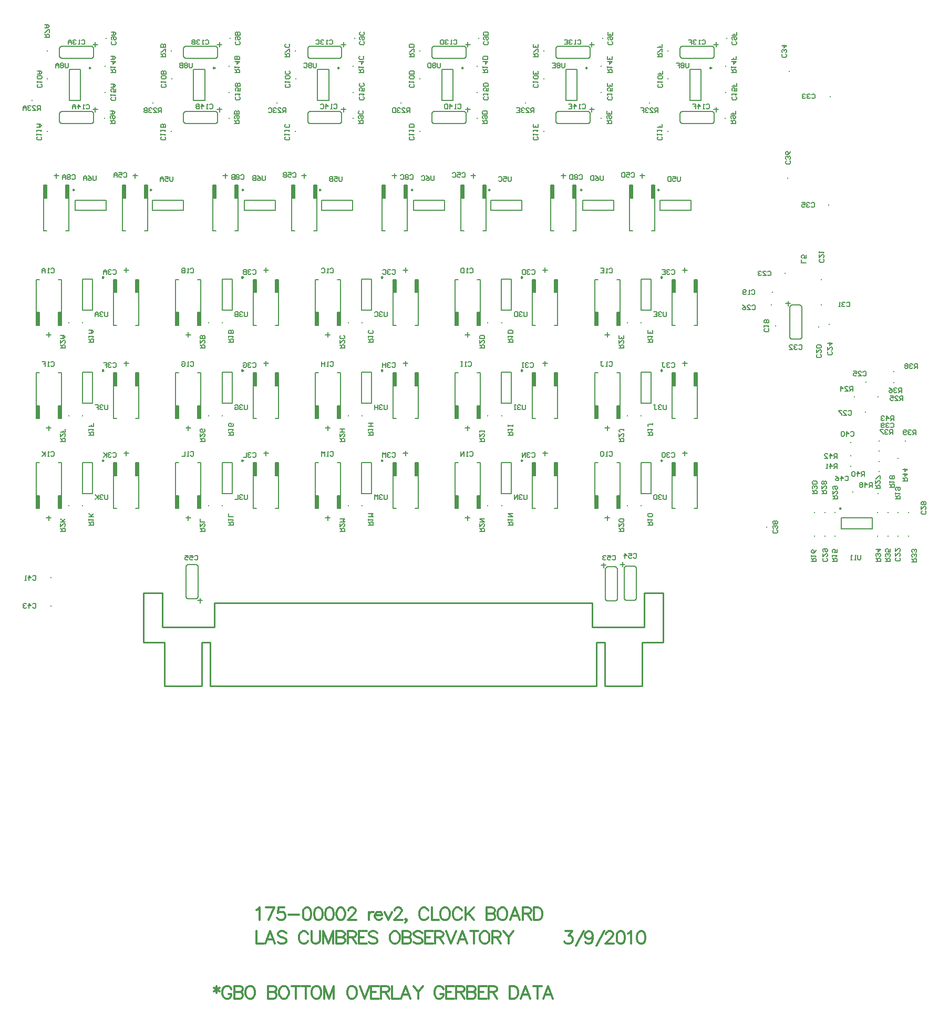
<source format=gbo>
%FSLAX23Y23*%
%MOIN*%
G70*
G01*
G75*
G04 Layer_Color=32896*
%ADD10R,0.050X0.050*%
%ADD11R,0.036X0.036*%
%ADD12R,0.028X0.036*%
%ADD13R,0.036X0.036*%
%ADD14R,0.087X0.024*%
%ADD15O,0.008X0.033*%
%ADD16O,0.033X0.008*%
%ADD17O,0.024X0.087*%
%ADD18R,0.135X0.070*%
%ADD19R,0.070X0.135*%
%ADD20R,0.045X0.017*%
%ADD21R,0.060X0.086*%
%ADD22R,0.035X0.037*%
%ADD23R,0.035X0.037*%
%ADD24R,0.050X0.050*%
%ADD25O,0.098X0.028*%
%ADD26R,0.138X0.085*%
%ADD27R,0.043X0.085*%
%ADD28R,0.043X0.085*%
%ADD29O,0.061X0.010*%
%ADD30O,0.010X0.061*%
%ADD31R,0.100X0.100*%
%ADD32R,0.048X0.078*%
%ADD33R,0.085X0.138*%
%ADD34R,0.085X0.043*%
%ADD35R,0.085X0.043*%
%ADD36R,0.030X0.100*%
%ADD37R,0.014X0.060*%
%ADD38R,0.031X0.060*%
%ADD39R,0.228X0.228*%
%ADD40C,0.040*%
%ADD41C,0.010*%
%ADD42C,0.005*%
%ADD43C,0.007*%
%ADD44C,0.020*%
%ADD45C,0.012*%
%ADD46R,1.181X0.787*%
%ADD47C,0.012*%
%ADD48C,0.012*%
%ADD49R,0.059X0.059*%
%ADD50C,0.059*%
%ADD51C,0.020*%
%ADD52C,0.026*%
%ADD53C,0.050*%
%ADD54C,0.236*%
%ADD55C,0.024*%
%ADD56C,0.040*%
%ADD57C,0.055*%
%ADD58C,0.030*%
%ADD59C,0.033*%
G04:AMPARAMS|DCode=60|XSize=70mil|YSize=70mil|CornerRadius=0mil|HoleSize=0mil|Usage=FLASHONLY|Rotation=0.000|XOffset=0mil|YOffset=0mil|HoleType=Round|Shape=Relief|Width=10mil|Gap=10mil|Entries=4|*
%AMTHD60*
7,0,0,0.070,0.050,0.010,45*
%
%ADD60THD60*%
G04:AMPARAMS|DCode=61|XSize=95.433mil|YSize=95.433mil|CornerRadius=0mil|HoleSize=0mil|Usage=FLASHONLY|Rotation=0.000|XOffset=0mil|YOffset=0mil|HoleType=Round|Shape=Relief|Width=10mil|Gap=10mil|Entries=4|*
%AMTHD61*
7,0,0,0.095,0.075,0.010,45*
%
%ADD61THD61*%
%ADD62C,0.045*%
%ADD63R,0.075X0.063*%
%ADD64R,0.094X0.102*%
%ADD65O,0.028X0.098*%
%ADD66R,0.078X0.048*%
%ADD67O,0.087X0.024*%
%ADD68R,1.181X0.787*%
%ADD69C,0.010*%
%ADD70C,0.008*%
%ADD71C,0.010*%
%ADD72C,0.008*%
%ADD73C,0.024*%
%ADD74C,0.006*%
%ADD75R,0.240X0.165*%
%ADD76R,1.181X0.787*%
%ADD77R,0.054X0.054*%
%ADD78R,0.040X0.040*%
%ADD79R,0.032X0.040*%
%ADD80R,0.040X0.040*%
%ADD81R,0.091X0.028*%
%ADD82O,0.012X0.037*%
%ADD83O,0.037X0.012*%
%ADD84O,0.028X0.091*%
%ADD85R,0.139X0.074*%
%ADD86R,0.074X0.139*%
%ADD87R,0.049X0.021*%
%ADD88R,0.064X0.090*%
%ADD89R,0.039X0.041*%
%ADD90R,0.039X0.041*%
%ADD91R,0.054X0.054*%
%ADD92O,0.102X0.032*%
%ADD93R,0.142X0.089*%
%ADD94R,0.047X0.089*%
%ADD95R,0.047X0.089*%
%ADD96O,0.065X0.014*%
%ADD97O,0.014X0.065*%
%ADD98R,0.104X0.104*%
%ADD99R,0.052X0.082*%
%ADD100R,0.089X0.142*%
%ADD101R,0.089X0.047*%
%ADD102R,0.089X0.047*%
%ADD103R,0.232X0.232*%
%ADD104C,0.120*%
%ADD105C,0.080*%
%ADD106R,0.063X0.063*%
%ADD107C,0.063*%
%ADD108C,0.030*%
%ADD109C,0.054*%
%ADD110C,0.240*%
%ADD111C,0.028*%
%ADD112R,0.079X0.067*%
%ADD113R,0.098X0.106*%
%ADD114O,0.032X0.102*%
%ADD115R,0.082X0.052*%
%ADD116O,0.091X0.028*%
%ADD117R,0.020X0.082*%
D41*
X23830Y15885D02*
X25074D01*
X22676Y15731D02*
Y15885D01*
X22346Y15731D02*
Y15948D01*
X22228Y15633D02*
Y15948D01*
X22649Y15357D02*
Y15633D01*
X22598Y15357D02*
Y15633D01*
X22361Y15357D02*
Y15633D01*
X22598D02*
X22649D01*
X22228Y15948D02*
X22346D01*
X22228Y15633D02*
X22361D01*
X22676Y15885D02*
X23920D01*
X22346Y15731D02*
X22676D01*
X22361Y15357D02*
X22598D01*
X22649D02*
X23920D01*
X23830D02*
X25102D01*
X25153D02*
X25389D01*
X25074Y15731D02*
X25405D01*
X25389Y15633D02*
X25523D01*
X25405Y15948D02*
X25523D01*
X25102Y15633D02*
X25153D01*
X25389Y15357D02*
Y15633D01*
X25153Y15357D02*
Y15633D01*
X25102Y15357D02*
Y15633D01*
X25523D02*
Y15948D01*
X25405Y15731D02*
Y15948D01*
X25074Y15731D02*
Y15885D01*
D42*
X26431Y18041D02*
X26401D01*
Y18061D01*
X26431Y18090D02*
Y18070D01*
X26416D01*
X26421Y18080D01*
Y18085D01*
X26416Y18090D01*
X26406D01*
X26401Y18085D01*
Y18075D01*
X26406Y18070D01*
X26600Y16546D02*
X26630D01*
Y16561D01*
X26625Y16566D01*
X26615D01*
X26610Y16561D01*
Y16546D01*
Y16556D02*
X26600Y16566D01*
Y16596D02*
Y16576D01*
X26620Y16596D01*
X26625D01*
X26630Y16591D01*
Y16581D01*
X26625Y16576D01*
X26605Y16606D02*
X26600Y16611D01*
Y16621D01*
X26605Y16626D01*
X26625D01*
X26630Y16621D01*
Y16611D01*
X26625Y16606D01*
X26620D01*
X26615Y16611D01*
Y16626D01*
X26529Y16578D02*
X26559D01*
Y16593D01*
X26554Y16598D01*
X26544D01*
X26539Y16593D01*
Y16578D01*
Y16588D02*
X26529Y16598D01*
Y16627D02*
Y16607D01*
X26549Y16627D01*
X26554D01*
X26559Y16622D01*
Y16612D01*
X26554Y16607D01*
Y16637D02*
X26559Y16642D01*
Y16652D01*
X26554Y16657D01*
X26549D01*
X26544Y16652D01*
X26539Y16657D01*
X26534D01*
X26529Y16652D01*
Y16642D01*
X26534Y16637D01*
X26539D01*
X26544Y16642D01*
X26549Y16637D01*
X26554D01*
X26544Y16642D02*
Y16652D01*
X26465Y16147D02*
X26495D01*
Y16162D01*
X26490Y16167D01*
X26480D01*
X26475Y16162D01*
Y16147D01*
Y16157D02*
X26465Y16167D01*
Y16177D02*
Y16187D01*
Y16182D01*
X26495D01*
X26490Y16177D01*
X26495Y16222D02*
X26490Y16212D01*
X26480Y16202D01*
X26470D01*
X26465Y16207D01*
Y16217D01*
X26470Y16222D01*
X26475D01*
X26480Y16217D01*
Y16202D01*
X26596Y16149D02*
X26626D01*
Y16164D01*
X26621Y16169D01*
X26611D01*
X26606Y16164D01*
Y16149D01*
Y16159D02*
X26596Y16169D01*
Y16178D02*
Y16188D01*
Y16183D01*
X26626D01*
X26621Y16178D01*
X26626Y16223D02*
Y16203D01*
X26611D01*
X26616Y16213D01*
Y16218D01*
X26611Y16223D01*
X26601D01*
X26596Y16218D01*
Y16208D01*
X26601Y16203D01*
X26562Y16169D02*
X26567Y16164D01*
Y16154D01*
X26562Y16149D01*
X26542D01*
X26537Y16154D01*
Y16164D01*
X26542Y16169D01*
X26537Y16199D02*
Y16179D01*
X26557Y16199D01*
X26562D01*
X26567Y16194D01*
Y16184D01*
X26562Y16179D01*
X26542Y16209D02*
X26537Y16214D01*
Y16224D01*
X26542Y16229D01*
X26562D01*
X26567Y16224D01*
Y16214D01*
X26562Y16209D01*
X26557D01*
X26552Y16214D01*
Y16229D01*
X27023Y16170D02*
X27028Y16165D01*
Y16155D01*
X27023Y16150D01*
X27003D01*
X26998Y16155D01*
Y16165D01*
X27003Y16170D01*
X26998Y16200D02*
Y16180D01*
X27018Y16200D01*
X27023D01*
X27028Y16195D01*
Y16185D01*
X27023Y16180D01*
X26998Y16230D02*
Y16210D01*
X27018Y16230D01*
X27023D01*
X27028Y16225D01*
Y16215D01*
X27023Y16210D01*
X26778Y16188D02*
Y16164D01*
X26773Y16159D01*
X26763D01*
X26758Y16164D01*
Y16188D01*
X26748Y16159D02*
X26738D01*
X26743D01*
Y16188D01*
X26748Y16184D01*
X26723Y16159D02*
X26713D01*
X26718D01*
Y16188D01*
X26723Y16184D01*
X25545Y17731D02*
Y17706D01*
X25540Y17701D01*
X25530D01*
X25525Y17706D01*
Y17731D01*
X25515Y17726D02*
X25510Y17731D01*
X25500D01*
X25495Y17726D01*
Y17721D01*
X25500Y17716D01*
X25505D01*
X25500D01*
X25495Y17711D01*
Y17706D01*
X25500Y17701D01*
X25510D01*
X25515Y17706D01*
X25465Y17731D02*
X25485D01*
Y17701D01*
X25465D01*
X25485Y17716D02*
X25475D01*
X22887Y17731D02*
Y17706D01*
X22882Y17701D01*
X22872D01*
X22867Y17706D01*
Y17731D01*
X22857Y17726D02*
X22852Y17731D01*
X22842D01*
X22837Y17726D01*
Y17721D01*
X22842Y17716D01*
X22847D01*
X22842D01*
X22837Y17711D01*
Y17706D01*
X22842Y17701D01*
X22852D01*
X22857Y17706D01*
X22827Y17731D02*
Y17701D01*
X22812D01*
X22807Y17706D01*
Y17711D01*
X22812Y17716D01*
X22827D01*
X22812D01*
X22807Y17721D01*
Y17726D01*
X22812Y17731D01*
X22827D01*
X25245Y17500D02*
X25275D01*
Y17515D01*
X25270Y17520D01*
X25260D01*
X25255Y17515D01*
Y17500D01*
Y17510D02*
X25245Y17520D01*
Y17550D02*
Y17530D01*
X25265Y17550D01*
X25270D01*
X25275Y17545D01*
Y17535D01*
X25270Y17530D01*
X25275Y17580D02*
Y17560D01*
X25245D01*
Y17580D01*
X25260Y17560D02*
Y17570D01*
X22587Y17500D02*
X22617D01*
Y17515D01*
X22612Y17520D01*
X22602D01*
X22597Y17515D01*
Y17500D01*
Y17510D02*
X22587Y17520D01*
Y17550D02*
Y17530D01*
X22607Y17550D01*
X22612D01*
X22617Y17545D01*
Y17535D01*
X22612Y17530D01*
X22617Y17560D02*
X22587D01*
Y17575D01*
X22592Y17580D01*
X22597D01*
X22602Y17575D01*
Y17560D01*
Y17575D01*
X22607Y17580D01*
X22612D01*
X22617Y17575D01*
Y17560D01*
X25426Y17539D02*
X25456D01*
Y17554D01*
X25451Y17559D01*
X25441D01*
X25436Y17554D01*
Y17539D01*
Y17549D02*
X25426Y17559D01*
Y17569D02*
Y17579D01*
Y17574D01*
X25456D01*
X25451Y17569D01*
X25456Y17614D02*
Y17594D01*
X25426D01*
Y17614D01*
X25441Y17594D02*
Y17604D01*
X22768Y17539D02*
X22798D01*
Y17554D01*
X22793Y17559D01*
X22783D01*
X22778Y17554D01*
Y17539D01*
Y17549D02*
X22768Y17559D01*
Y17569D02*
Y17579D01*
Y17574D01*
X22798D01*
X22793Y17569D01*
X22798Y17594D02*
X22768D01*
Y17609D01*
X22773Y17614D01*
X22778D01*
X22783Y17609D01*
Y17594D01*
Y17609D01*
X22788Y17614D01*
X22793D01*
X22798Y17609D01*
Y17594D01*
X25576Y17994D02*
X25581Y17999D01*
X25591D01*
X25596Y17994D01*
Y17974D01*
X25591Y17969D01*
X25581D01*
X25576Y17974D01*
X25566Y17994D02*
X25561Y17999D01*
X25551D01*
X25546Y17994D01*
Y17989D01*
X25551Y17984D01*
X25556D01*
X25551D01*
X25546Y17979D01*
Y17974D01*
X25551Y17969D01*
X25561D01*
X25566Y17974D01*
X25516Y17999D02*
X25536D01*
Y17969D01*
X25516D01*
X25536Y17984D02*
X25526D01*
X22919Y17994D02*
X22924Y17999D01*
X22934D01*
X22939Y17994D01*
Y17974D01*
X22934Y17969D01*
X22924D01*
X22919Y17974D01*
X22909Y17994D02*
X22904Y17999D01*
X22894D01*
X22889Y17994D01*
Y17989D01*
X22894Y17984D01*
X22899D01*
X22894D01*
X22889Y17979D01*
Y17974D01*
X22894Y17969D01*
X22904D01*
X22909Y17974D01*
X22879Y17999D02*
Y17969D01*
X22864D01*
X22859Y17974D01*
Y17979D01*
X22864Y17984D01*
X22879D01*
X22864D01*
X22859Y17989D01*
Y17994D01*
X22864Y17999D01*
X22879D01*
X25182Y18002D02*
X25187Y18007D01*
X25197D01*
X25202Y18002D01*
Y17982D01*
X25197Y17977D01*
X25187D01*
X25182Y17982D01*
X25172Y17977D02*
X25162D01*
X25167D01*
Y18007D01*
X25172Y18002D01*
X25127Y18007D02*
X25147D01*
Y17977D01*
X25127D01*
X25147Y17992D02*
X25137D01*
X22525Y18002D02*
X22530Y18007D01*
X22540D01*
X22545Y18002D01*
Y17982D01*
X22540Y17977D01*
X22530D01*
X22525Y17982D01*
X22515Y17977D02*
X22505D01*
X22510D01*
Y18007D01*
X22515Y18002D01*
X22490Y18007D02*
Y17977D01*
X22475D01*
X22470Y17982D01*
Y17987D01*
X22475Y17992D01*
X22490D01*
X22475D01*
X22470Y17997D01*
Y18002D01*
X22475Y18007D01*
X22490D01*
X24659Y17731D02*
Y17706D01*
X24654Y17701D01*
X24644D01*
X24639Y17706D01*
Y17731D01*
X24629Y17726D02*
X24624Y17731D01*
X24614D01*
X24609Y17726D01*
Y17721D01*
X24614Y17716D01*
X24619D01*
X24614D01*
X24609Y17711D01*
Y17706D01*
X24614Y17701D01*
X24624D01*
X24629Y17706D01*
X24599Y17731D02*
Y17701D01*
X24584D01*
X24579Y17706D01*
Y17726D01*
X24584Y17731D01*
X24599D01*
X23773D02*
Y17706D01*
X23768Y17701D01*
X23758D01*
X23753Y17706D01*
Y17731D01*
X23743Y17726D02*
X23738Y17731D01*
X23728D01*
X23723Y17726D01*
Y17721D01*
X23728Y17716D01*
X23733D01*
X23728D01*
X23723Y17711D01*
Y17706D01*
X23728Y17701D01*
X23738D01*
X23743Y17706D01*
X23693Y17726D02*
X23698Y17731D01*
X23708D01*
X23713Y17726D01*
Y17706D01*
X23708Y17701D01*
X23698D01*
X23693Y17706D01*
X22002Y17731D02*
Y17706D01*
X21997Y17701D01*
X21987D01*
X21982Y17706D01*
Y17731D01*
X21972Y17726D02*
X21967Y17731D01*
X21957D01*
X21952Y17726D01*
Y17721D01*
X21957Y17716D01*
X21962D01*
X21957D01*
X21952Y17711D01*
Y17706D01*
X21957Y17701D01*
X21967D01*
X21972Y17706D01*
X21942Y17701D02*
Y17721D01*
X21932Y17731D01*
X21922Y17721D01*
Y17701D01*
Y17716D01*
X21942D01*
X25492Y18993D02*
Y19023D01*
X25477D01*
X25472Y19018D01*
Y19008D01*
X25477Y19003D01*
X25492D01*
X25482D02*
X25472Y18993D01*
X25442D02*
X25462D01*
X25442Y19013D01*
Y19018D01*
X25447Y19023D01*
X25457D01*
X25462Y19018D01*
X25432D02*
X25427Y19023D01*
X25417D01*
X25412Y19018D01*
Y19013D01*
X25417Y19008D01*
X25422D01*
X25417D01*
X25412Y19003D01*
Y18998D01*
X25417Y18993D01*
X25427D01*
X25432Y18998D01*
X25382Y19023D02*
X25402D01*
Y19008D01*
X25392D01*
X25402D01*
Y18993D01*
X24705D02*
Y19023D01*
X24690D01*
X24685Y19018D01*
Y19008D01*
X24690Y19003D01*
X24705D01*
X24695D02*
X24685Y18993D01*
X24655D02*
X24675D01*
X24655Y19013D01*
Y19018D01*
X24660Y19023D01*
X24670D01*
X24675Y19018D01*
X24645D02*
X24640Y19023D01*
X24630D01*
X24625Y19018D01*
Y19013D01*
X24630Y19008D01*
X24635D01*
X24630D01*
X24625Y19003D01*
Y18998D01*
X24630Y18993D01*
X24640D01*
X24645Y18998D01*
X24595Y19023D02*
X24615D01*
Y18993D01*
X24595D01*
X24615Y19008D02*
X24605D01*
X23917Y18993D02*
Y19023D01*
X23902D01*
X23897Y19018D01*
Y19008D01*
X23902Y19003D01*
X23917D01*
X23907D02*
X23897Y18993D01*
X23867D02*
X23887D01*
X23867Y19013D01*
Y19018D01*
X23872Y19023D01*
X23882D01*
X23887Y19018D01*
X23857D02*
X23852Y19023D01*
X23842D01*
X23837Y19018D01*
Y19013D01*
X23842Y19008D01*
X23847D01*
X23842D01*
X23837Y19003D01*
Y18998D01*
X23842Y18993D01*
X23852D01*
X23857Y18998D01*
X23827Y19023D02*
Y18993D01*
X23812D01*
X23807Y18998D01*
Y19018D01*
X23812Y19023D01*
X23827D01*
X23130Y18993D02*
Y19023D01*
X23115D01*
X23110Y19018D01*
Y19008D01*
X23115Y19003D01*
X23130D01*
X23120D02*
X23110Y18993D01*
X23080D02*
X23100D01*
X23080Y19013D01*
Y19018D01*
X23085Y19023D01*
X23095D01*
X23100Y19018D01*
X23070D02*
X23065Y19023D01*
X23055D01*
X23050Y19018D01*
Y19013D01*
X23055Y19008D01*
X23060D01*
X23055D01*
X23050Y19003D01*
Y18998D01*
X23055Y18993D01*
X23065D01*
X23070Y18998D01*
X23020Y19018D02*
X23025Y19023D01*
X23035D01*
X23040Y19018D01*
Y18998D01*
X23035Y18993D01*
X23025D01*
X23020Y18998D01*
X22342Y18993D02*
Y19023D01*
X22327D01*
X22322Y19018D01*
Y19008D01*
X22327Y19003D01*
X22342D01*
X22332D02*
X22322Y18993D01*
X22292D02*
X22312D01*
X22292Y19013D01*
Y19018D01*
X22297Y19023D01*
X22307D01*
X22312Y19018D01*
X22282D02*
X22277Y19023D01*
X22267D01*
X22262Y19018D01*
Y19013D01*
X22267Y19008D01*
X22272D01*
X22267D01*
X22262Y19003D01*
Y18998D01*
X22267Y18993D01*
X22277D01*
X22282Y18998D01*
X22252Y19023D02*
Y18993D01*
X22237D01*
X22232Y18998D01*
Y19003D01*
X22237Y19008D01*
X22252D01*
X22237D01*
X22232Y19013D01*
Y19018D01*
X22237Y19023D01*
X22252D01*
X21573Y19009D02*
Y19039D01*
X21558D01*
X21553Y19034D01*
Y19024D01*
X21558Y19019D01*
X21573D01*
X21563D02*
X21553Y19009D01*
X21523D02*
X21543D01*
X21523Y19029D01*
Y19034D01*
X21528Y19039D01*
X21538D01*
X21543Y19034D01*
X21513D02*
X21508Y19039D01*
X21498D01*
X21493Y19034D01*
Y19029D01*
X21498Y19024D01*
X21503D01*
X21498D01*
X21493Y19019D01*
Y19014D01*
X21498Y19009D01*
X21508D01*
X21513Y19014D01*
X21483Y19009D02*
Y19029D01*
X21473Y19039D01*
X21463Y19029D01*
Y19009D01*
Y19024D01*
X21483D01*
X25957Y19247D02*
X25987D01*
Y19262D01*
X25982Y19267D01*
X25972D01*
X25967Y19262D01*
Y19247D01*
Y19257D02*
X25957Y19267D01*
Y19277D02*
Y19287D01*
Y19282D01*
X25987D01*
X25982Y19277D01*
X25957Y19317D02*
X25987D01*
X25972Y19302D01*
Y19322D01*
X25987Y19352D02*
Y19332D01*
X25972D01*
Y19342D01*
Y19332D01*
X25957D01*
X25170Y19247D02*
X25200D01*
Y19262D01*
X25195Y19267D01*
X25185D01*
X25180Y19262D01*
Y19247D01*
Y19257D02*
X25170Y19267D01*
Y19277D02*
Y19287D01*
Y19282D01*
X25200D01*
X25195Y19277D01*
X25170Y19317D02*
X25200D01*
X25185Y19302D01*
Y19322D01*
X25200Y19352D02*
Y19332D01*
X25170D01*
Y19352D01*
X25185Y19332D02*
Y19342D01*
X24382Y19247D02*
X24412D01*
Y19262D01*
X24407Y19267D01*
X24397D01*
X24392Y19262D01*
Y19247D01*
Y19257D02*
X24382Y19267D01*
Y19277D02*
Y19287D01*
Y19282D01*
X24412D01*
X24407Y19277D01*
X24382Y19317D02*
X24412D01*
X24397Y19302D01*
Y19322D01*
X24412Y19332D02*
X24382D01*
Y19347D01*
X24387Y19352D01*
X24407D01*
X24412Y19347D01*
Y19332D01*
X23595Y19247D02*
X23625D01*
Y19262D01*
X23620Y19267D01*
X23610D01*
X23605Y19262D01*
Y19247D01*
Y19257D02*
X23595Y19267D01*
Y19277D02*
Y19287D01*
Y19282D01*
X23625D01*
X23620Y19277D01*
X23595Y19317D02*
X23625D01*
X23610Y19302D01*
Y19322D01*
X23620Y19352D02*
X23625Y19347D01*
Y19337D01*
X23620Y19332D01*
X23600D01*
X23595Y19337D01*
Y19347D01*
X23600Y19352D01*
X22807Y19247D02*
X22837D01*
Y19262D01*
X22832Y19267D01*
X22822D01*
X22817Y19262D01*
Y19247D01*
Y19257D02*
X22807Y19267D01*
Y19277D02*
Y19287D01*
Y19282D01*
X22837D01*
X22832Y19277D01*
X22807Y19317D02*
X22837D01*
X22822Y19302D01*
Y19322D01*
X22837Y19332D02*
X22807D01*
Y19347D01*
X22812Y19352D01*
X22817D01*
X22822Y19347D01*
Y19332D01*
Y19347D01*
X22827Y19352D01*
X22832D01*
X22837Y19347D01*
Y19332D01*
X22020Y19247D02*
X22050D01*
Y19262D01*
X22045Y19267D01*
X22035D01*
X22030Y19262D01*
Y19247D01*
Y19257D02*
X22020Y19267D01*
Y19277D02*
Y19287D01*
Y19282D01*
X22050D01*
X22045Y19277D01*
X22020Y19317D02*
X22050D01*
X22035Y19302D01*
Y19322D01*
X22020Y19332D02*
X22040D01*
X22050Y19342D01*
X22040Y19352D01*
X22020D01*
X22035D01*
Y19332D01*
X25953Y18925D02*
X25983D01*
Y18940D01*
X25978Y18945D01*
X25968D01*
X25963Y18940D01*
Y18925D01*
Y18935D02*
X25953Y18945D01*
X25958Y18955D02*
X25953Y18960D01*
Y18970D01*
X25958Y18975D01*
X25978D01*
X25983Y18970D01*
Y18960D01*
X25978Y18955D01*
X25973D01*
X25968Y18960D01*
Y18975D01*
X25983Y19005D02*
Y18985D01*
X25968D01*
Y18995D01*
Y18985D01*
X25953D01*
X25166Y18925D02*
X25196D01*
Y18940D01*
X25191Y18945D01*
X25181D01*
X25176Y18940D01*
Y18925D01*
Y18935D02*
X25166Y18945D01*
X25171Y18955D02*
X25166Y18960D01*
Y18970D01*
X25171Y18975D01*
X25191D01*
X25196Y18970D01*
Y18960D01*
X25191Y18955D01*
X25186D01*
X25181Y18960D01*
Y18975D01*
X25196Y19005D02*
Y18985D01*
X25166D01*
Y19005D01*
X25181Y18985D02*
Y18995D01*
X24378Y18925D02*
X24408D01*
Y18940D01*
X24403Y18945D01*
X24393D01*
X24388Y18940D01*
Y18925D01*
Y18935D02*
X24378Y18945D01*
X24383Y18955D02*
X24378Y18960D01*
Y18970D01*
X24383Y18975D01*
X24403D01*
X24408Y18970D01*
Y18960D01*
X24403Y18955D01*
X24398D01*
X24393Y18960D01*
Y18975D01*
X24408Y18985D02*
X24378D01*
Y19000D01*
X24383Y19005D01*
X24403D01*
X24408Y19000D01*
Y18985D01*
X23591Y18925D02*
X23621D01*
Y18940D01*
X23616Y18945D01*
X23606D01*
X23601Y18940D01*
Y18925D01*
Y18935D02*
X23591Y18945D01*
X23596Y18955D02*
X23591Y18960D01*
Y18970D01*
X23596Y18975D01*
X23616D01*
X23621Y18970D01*
Y18960D01*
X23616Y18955D01*
X23611D01*
X23606Y18960D01*
Y18975D01*
X23616Y19005D02*
X23621Y19000D01*
Y18990D01*
X23616Y18985D01*
X23596D01*
X23591Y18990D01*
Y19000D01*
X23596Y19005D01*
X22804Y18925D02*
X22834D01*
Y18940D01*
X22829Y18945D01*
X22819D01*
X22814Y18940D01*
Y18925D01*
Y18935D02*
X22804Y18945D01*
X22809Y18955D02*
X22804Y18960D01*
Y18970D01*
X22809Y18975D01*
X22829D01*
X22834Y18970D01*
Y18960D01*
X22829Y18955D01*
X22824D01*
X22819Y18960D01*
Y18975D01*
X22834Y18985D02*
X22804D01*
Y19000D01*
X22809Y19005D01*
X22814D01*
X22819Y19000D01*
Y18985D01*
Y19000D01*
X22824Y19005D01*
X22829D01*
X22834Y19000D01*
Y18985D01*
X22016Y18925D02*
X22046D01*
Y18940D01*
X22041Y18945D01*
X22031D01*
X22026Y18940D01*
Y18925D01*
Y18935D02*
X22016Y18945D01*
X22021Y18955D02*
X22016Y18960D01*
Y18970D01*
X22021Y18975D01*
X22041D01*
X22046Y18970D01*
Y18960D01*
X22041Y18955D01*
X22036D01*
X22031Y18960D01*
Y18975D01*
X22016Y18985D02*
X22036D01*
X22046Y18995D01*
X22036Y19005D01*
X22016D01*
X22031D01*
Y18985D01*
X25488Y19349D02*
X25518D01*
Y19364D01*
X25513Y19369D01*
X25503D01*
X25498Y19364D01*
Y19349D01*
Y19359D02*
X25488Y19369D01*
X25518Y19379D02*
Y19399D01*
X25513D01*
X25493Y19379D01*
X25488D01*
X25518Y19429D02*
Y19409D01*
X25503D01*
Y19419D01*
Y19409D01*
X25488D01*
X24700Y19349D02*
X24730D01*
Y19364D01*
X24725Y19369D01*
X24715D01*
X24710Y19364D01*
Y19349D01*
Y19359D02*
X24700Y19369D01*
X24730Y19379D02*
Y19399D01*
X24725D01*
X24705Y19379D01*
X24700D01*
X24730Y19429D02*
Y19409D01*
X24700D01*
Y19429D01*
X24715Y19409D02*
Y19419D01*
X23913Y19349D02*
X23943D01*
Y19364D01*
X23938Y19369D01*
X23928D01*
X23923Y19364D01*
Y19349D01*
Y19359D02*
X23913Y19369D01*
X23943Y19379D02*
Y19399D01*
X23938D01*
X23918Y19379D01*
X23913D01*
X23943Y19409D02*
X23913D01*
Y19424D01*
X23918Y19429D01*
X23938D01*
X23943Y19424D01*
Y19409D01*
X23125Y19349D02*
X23155D01*
Y19364D01*
X23150Y19369D01*
X23140D01*
X23135Y19364D01*
Y19349D01*
Y19359D02*
X23125Y19369D01*
X23155Y19379D02*
Y19399D01*
X23150D01*
X23130Y19379D01*
X23125D01*
X23150Y19429D02*
X23155Y19424D01*
Y19414D01*
X23150Y19409D01*
X23130D01*
X23125Y19414D01*
Y19424D01*
X23130Y19429D01*
X22338Y19349D02*
X22368D01*
Y19364D01*
X22363Y19369D01*
X22353D01*
X22348Y19364D01*
Y19349D01*
Y19359D02*
X22338Y19369D01*
X22368Y19379D02*
Y19399D01*
X22363D01*
X22343Y19379D01*
X22338D01*
X22368Y19409D02*
X22338D01*
Y19424D01*
X22343Y19429D01*
X22348D01*
X22353Y19424D01*
Y19409D01*
Y19424D01*
X22358Y19429D01*
X22363D01*
X22368Y19424D01*
Y19409D01*
X21599Y19471D02*
X21629D01*
Y19486D01*
X21624Y19491D01*
X21614D01*
X21609Y19486D01*
Y19471D01*
Y19481D02*
X21599Y19491D01*
X21629Y19500D02*
Y19520D01*
X21624D01*
X21604Y19500D01*
X21599D01*
Y19530D02*
X21619D01*
X21629Y19540D01*
X21619Y19550D01*
X21599D01*
X21614D01*
Y19530D01*
X24359Y17500D02*
X24389D01*
Y17515D01*
X24384Y17520D01*
X24374D01*
X24369Y17515D01*
Y17500D01*
Y17510D02*
X24359Y17520D01*
Y17550D02*
Y17530D01*
X24379Y17550D01*
X24384D01*
X24389Y17545D01*
Y17535D01*
X24384Y17530D01*
X24389Y17560D02*
X24359D01*
Y17575D01*
X24364Y17580D01*
X24384D01*
X24389Y17575D01*
Y17560D01*
X23473Y17500D02*
X23503D01*
Y17515D01*
X23498Y17520D01*
X23488D01*
X23483Y17515D01*
Y17500D01*
Y17510D02*
X23473Y17520D01*
Y17550D02*
Y17530D01*
X23493Y17550D01*
X23498D01*
X23503Y17545D01*
Y17535D01*
X23498Y17530D01*
Y17580D02*
X23503Y17575D01*
Y17565D01*
X23498Y17560D01*
X23478D01*
X23473Y17565D01*
Y17575D01*
X23478Y17580D01*
X21701Y17500D02*
X21731D01*
Y17515D01*
X21726Y17520D01*
X21716D01*
X21711Y17515D01*
Y17500D01*
Y17510D02*
X21701Y17520D01*
Y17550D02*
Y17530D01*
X21721Y17550D01*
X21726D01*
X21731Y17545D01*
Y17535D01*
X21726Y17530D01*
X21701Y17560D02*
X21721D01*
X21731Y17570D01*
X21721Y17580D01*
X21701D01*
X21716D01*
Y17560D01*
X24540Y17539D02*
X24570D01*
Y17554D01*
X24565Y17559D01*
X24555D01*
X24550Y17554D01*
Y17539D01*
Y17549D02*
X24540Y17559D01*
Y17569D02*
Y17579D01*
Y17574D01*
X24570D01*
X24565Y17569D01*
X24570Y17594D02*
X24540D01*
Y17609D01*
X24545Y17614D01*
X24565D01*
X24570Y17609D01*
Y17594D01*
X23654Y17539D02*
X23684D01*
Y17554D01*
X23679Y17559D01*
X23669D01*
X23664Y17554D01*
Y17539D01*
Y17549D02*
X23654Y17559D01*
Y17569D02*
Y17579D01*
Y17574D01*
X23684D01*
X23679Y17569D01*
Y17614D02*
X23684Y17609D01*
Y17599D01*
X23679Y17594D01*
X23659D01*
X23654Y17599D01*
Y17609D01*
X23659Y17614D01*
X21882Y17539D02*
X21912D01*
Y17554D01*
X21907Y17559D01*
X21897D01*
X21892Y17554D01*
Y17539D01*
Y17549D02*
X21882Y17559D01*
Y17569D02*
Y17579D01*
Y17574D01*
X21912D01*
X21907Y17569D01*
X21882Y17594D02*
X21902D01*
X21912Y17604D01*
X21902Y17614D01*
X21882D01*
X21897D01*
Y17594D01*
X25984Y19095D02*
X25989Y19090D01*
Y19080D01*
X25984Y19075D01*
X25964D01*
X25959Y19080D01*
Y19090D01*
X25964Y19095D01*
X25959Y19105D02*
Y19115D01*
Y19110D01*
X25989D01*
X25984Y19105D01*
X25989Y19150D02*
Y19130D01*
X25974D01*
X25979Y19140D01*
Y19145D01*
X25974Y19150D01*
X25964D01*
X25959Y19145D01*
Y19135D01*
X25964Y19130D01*
X25989Y19180D02*
Y19160D01*
X25974D01*
Y19170D01*
Y19160D01*
X25959D01*
X25196Y19095D02*
X25201Y19090D01*
Y19080D01*
X25196Y19075D01*
X25176D01*
X25171Y19080D01*
Y19090D01*
X25176Y19095D01*
X25171Y19105D02*
Y19115D01*
Y19110D01*
X25201D01*
X25196Y19105D01*
X25201Y19150D02*
Y19130D01*
X25186D01*
X25191Y19140D01*
Y19145D01*
X25186Y19150D01*
X25176D01*
X25171Y19145D01*
Y19135D01*
X25176Y19130D01*
X25201Y19180D02*
Y19160D01*
X25171D01*
Y19180D01*
X25186Y19160D02*
Y19170D01*
X24409Y19095D02*
X24414Y19090D01*
Y19080D01*
X24409Y19075D01*
X24389D01*
X24384Y19080D01*
Y19090D01*
X24389Y19095D01*
X24384Y19105D02*
Y19115D01*
Y19110D01*
X24414D01*
X24409Y19105D01*
X24414Y19150D02*
Y19130D01*
X24399D01*
X24404Y19140D01*
Y19145D01*
X24399Y19150D01*
X24389D01*
X24384Y19145D01*
Y19135D01*
X24389Y19130D01*
X24414Y19160D02*
X24384D01*
Y19175D01*
X24389Y19180D01*
X24409D01*
X24414Y19175D01*
Y19160D01*
X23622Y19095D02*
X23627Y19090D01*
Y19080D01*
X23622Y19075D01*
X23602D01*
X23597Y19080D01*
Y19090D01*
X23602Y19095D01*
X23597Y19105D02*
Y19115D01*
Y19110D01*
X23627D01*
X23622Y19105D01*
X23627Y19150D02*
Y19130D01*
X23612D01*
X23617Y19140D01*
Y19145D01*
X23612Y19150D01*
X23602D01*
X23597Y19145D01*
Y19135D01*
X23602Y19130D01*
X23622Y19180D02*
X23627Y19175D01*
Y19165D01*
X23622Y19160D01*
X23602D01*
X23597Y19165D01*
Y19175D01*
X23602Y19180D01*
X22834Y19095D02*
X22839Y19090D01*
Y19080D01*
X22834Y19075D01*
X22814D01*
X22809Y19080D01*
Y19090D01*
X22814Y19095D01*
X22809Y19105D02*
Y19115D01*
Y19110D01*
X22839D01*
X22834Y19105D01*
X22839Y19150D02*
Y19130D01*
X22824D01*
X22829Y19140D01*
Y19145D01*
X22824Y19150D01*
X22814D01*
X22809Y19145D01*
Y19135D01*
X22814Y19130D01*
X22839Y19160D02*
X22809D01*
Y19175D01*
X22814Y19180D01*
X22819D01*
X22824Y19175D01*
Y19160D01*
Y19175D01*
X22829Y19180D01*
X22834D01*
X22839Y19175D01*
Y19160D01*
X22046Y19092D02*
X22051Y19087D01*
Y19077D01*
X22046Y19072D01*
X22026D01*
X22021Y19077D01*
Y19087D01*
X22026Y19092D01*
X22021Y19101D02*
Y19111D01*
Y19106D01*
X22051D01*
X22046Y19101D01*
X22051Y19146D02*
Y19126D01*
X22036D01*
X22041Y19136D01*
Y19141D01*
X22036Y19146D01*
X22026D01*
X22021Y19141D01*
Y19131D01*
X22026Y19126D01*
X22021Y19156D02*
X22041D01*
X22051Y19166D01*
X22041Y19176D01*
X22021D01*
X22036D01*
Y19156D01*
X25009Y19044D02*
X25014Y19048D01*
X25024D01*
X25029Y19044D01*
Y19024D01*
X25024Y19019D01*
X25014D01*
X25009Y19024D01*
X24999Y19019D02*
X24989D01*
X24994D01*
Y19048D01*
X24999Y19044D01*
X24959Y19019D02*
Y19048D01*
X24974Y19034D01*
X24954D01*
X24925Y19048D02*
X24944D01*
Y19019D01*
X24925D01*
X24944Y19034D02*
X24935D01*
X24222Y19044D02*
X24227Y19048D01*
X24237D01*
X24242Y19044D01*
Y19024D01*
X24237Y19019D01*
X24227D01*
X24222Y19024D01*
X24212Y19019D02*
X24202D01*
X24207D01*
Y19048D01*
X24212Y19044D01*
X24172Y19019D02*
Y19048D01*
X24187Y19034D01*
X24167D01*
X24157Y19048D02*
Y19019D01*
X24142D01*
X24137Y19024D01*
Y19044D01*
X24142Y19048D01*
X24157D01*
X23435Y19044D02*
X23440Y19048D01*
X23450D01*
X23455Y19044D01*
Y19024D01*
X23450Y19019D01*
X23440D01*
X23435Y19024D01*
X23425Y19019D02*
X23415D01*
X23420D01*
Y19048D01*
X23425Y19044D01*
X23385Y19019D02*
Y19048D01*
X23400Y19034D01*
X23380D01*
X23350Y19044D02*
X23355Y19048D01*
X23365D01*
X23370Y19044D01*
Y19024D01*
X23365Y19019D01*
X23355D01*
X23350Y19024D01*
X22647Y19044D02*
X22652Y19048D01*
X22662D01*
X22667Y19044D01*
Y19024D01*
X22662Y19019D01*
X22652D01*
X22647Y19024D01*
X22637Y19019D02*
X22627D01*
X22632D01*
Y19048D01*
X22637Y19044D01*
X22597Y19019D02*
Y19048D01*
X22612Y19034D01*
X22592D01*
X22582Y19048D02*
Y19019D01*
X22567D01*
X22562Y19024D01*
Y19029D01*
X22567Y19034D01*
X22582D01*
X22567D01*
X22562Y19039D01*
Y19044D01*
X22567Y19048D01*
X22582D01*
X21863Y19042D02*
X21868Y19046D01*
X21878D01*
X21883Y19042D01*
Y19022D01*
X21878Y19017D01*
X21868D01*
X21863Y19022D01*
X21853Y19017D02*
X21843D01*
X21848D01*
Y19046D01*
X21853Y19042D01*
X21813Y19017D02*
Y19046D01*
X21828Y19032D01*
X21808D01*
X21798Y19017D02*
Y19037D01*
X21788Y19046D01*
X21778Y19037D01*
Y19017D01*
Y19032D01*
X21798D01*
X24981Y19451D02*
X24986Y19456D01*
X24996D01*
X25001Y19451D01*
Y19432D01*
X24996Y19427D01*
X24986D01*
X24981Y19432D01*
X24971Y19427D02*
X24961D01*
X24966D01*
Y19456D01*
X24971Y19451D01*
X24946D02*
X24941Y19456D01*
X24931D01*
X24926Y19451D01*
Y19447D01*
X24931Y19442D01*
X24936D01*
X24931D01*
X24926Y19437D01*
Y19432D01*
X24931Y19427D01*
X24941D01*
X24946Y19432D01*
X24897Y19456D02*
X24917D01*
Y19427D01*
X24897D01*
X24917Y19442D02*
X24907D01*
X24194Y19451D02*
X24199Y19456D01*
X24209D01*
X24214Y19451D01*
Y19432D01*
X24209Y19427D01*
X24199D01*
X24194Y19432D01*
X24184Y19427D02*
X24174D01*
X24179D01*
Y19456D01*
X24184Y19451D01*
X24159D02*
X24154Y19456D01*
X24144D01*
X24139Y19451D01*
Y19447D01*
X24144Y19442D01*
X24149D01*
X24144D01*
X24139Y19437D01*
Y19432D01*
X24144Y19427D01*
X24154D01*
X24159Y19432D01*
X24129Y19456D02*
Y19427D01*
X24114D01*
X24109Y19432D01*
Y19451D01*
X24114Y19456D01*
X24129D01*
X23407Y19451D02*
X23412Y19456D01*
X23422D01*
X23427Y19451D01*
Y19432D01*
X23422Y19427D01*
X23412D01*
X23407Y19432D01*
X23397Y19427D02*
X23387D01*
X23392D01*
Y19456D01*
X23397Y19451D01*
X23372D02*
X23367Y19456D01*
X23357D01*
X23352Y19451D01*
Y19447D01*
X23357Y19442D01*
X23362D01*
X23357D01*
X23352Y19437D01*
Y19432D01*
X23357Y19427D01*
X23367D01*
X23372Y19432D01*
X23322Y19451D02*
X23327Y19456D01*
X23337D01*
X23342Y19451D01*
Y19432D01*
X23337Y19427D01*
X23327D01*
X23322Y19432D01*
X22619Y19451D02*
X22624Y19456D01*
X22634D01*
X22639Y19451D01*
Y19432D01*
X22634Y19427D01*
X22624D01*
X22619Y19432D01*
X22609Y19427D02*
X22599D01*
X22604D01*
Y19456D01*
X22609Y19451D01*
X22584D02*
X22579Y19456D01*
X22569D01*
X22564Y19451D01*
Y19447D01*
X22569Y19442D01*
X22574D01*
X22569D01*
X22564Y19437D01*
Y19432D01*
X22569Y19427D01*
X22579D01*
X22584Y19432D01*
X22554Y19456D02*
Y19427D01*
X22539D01*
X22534Y19432D01*
Y19437D01*
X22539Y19442D01*
X22554D01*
X22539D01*
X22534Y19447D01*
Y19451D01*
X22539Y19456D01*
X22554D01*
X21835Y19451D02*
X21840Y19456D01*
X21850D01*
X21855Y19451D01*
Y19432D01*
X21850Y19427D01*
X21840D01*
X21835Y19432D01*
X21825Y19427D02*
X21815D01*
X21820D01*
Y19456D01*
X21825Y19451D01*
X21800D02*
X21795Y19456D01*
X21785D01*
X21780Y19451D01*
Y19447D01*
X21785Y19442D01*
X21790D01*
X21785D01*
X21780Y19437D01*
Y19432D01*
X21785Y19427D01*
X21795D01*
X21800Y19432D01*
X21770Y19427D02*
Y19447D01*
X21760Y19456D01*
X21750Y19447D01*
Y19427D01*
Y19442D01*
X21770D01*
X25513Y18840D02*
X25518Y18835D01*
Y18825D01*
X25513Y18820D01*
X25493D01*
X25488Y18825D01*
Y18835D01*
X25493Y18840D01*
X25488Y18850D02*
Y18860D01*
Y18855D01*
X25518D01*
X25513Y18850D01*
X25488Y18875D02*
Y18885D01*
Y18880D01*
X25518D01*
X25513Y18875D01*
X25518Y18920D02*
Y18900D01*
X25503D01*
Y18910D01*
Y18900D01*
X25488D01*
X24725Y18840D02*
X24730Y18835D01*
Y18825D01*
X24725Y18820D01*
X24705D01*
X24700Y18825D01*
Y18835D01*
X24705Y18840D01*
X24700Y18850D02*
Y18860D01*
Y18855D01*
X24730D01*
X24725Y18850D01*
X24700Y18875D02*
Y18885D01*
Y18880D01*
X24730D01*
X24725Y18875D01*
X24730Y18920D02*
Y18900D01*
X24700D01*
Y18920D01*
X24715Y18900D02*
Y18910D01*
X23938Y18840D02*
X23943Y18835D01*
Y18825D01*
X23938Y18820D01*
X23918D01*
X23913Y18825D01*
Y18835D01*
X23918Y18840D01*
X23913Y18850D02*
Y18860D01*
Y18855D01*
X23943D01*
X23938Y18850D01*
X23913Y18875D02*
Y18885D01*
Y18880D01*
X23943D01*
X23938Y18875D01*
X23943Y18900D02*
X23913D01*
Y18915D01*
X23918Y18920D01*
X23938D01*
X23943Y18915D01*
Y18900D01*
X23150Y18840D02*
X23155Y18835D01*
Y18825D01*
X23150Y18820D01*
X23130D01*
X23125Y18825D01*
Y18835D01*
X23130Y18840D01*
X23125Y18850D02*
Y18860D01*
Y18855D01*
X23155D01*
X23150Y18850D01*
X23125Y18875D02*
Y18885D01*
Y18880D01*
X23155D01*
X23150Y18875D01*
Y18920D02*
X23155Y18915D01*
Y18905D01*
X23150Y18900D01*
X23130D01*
X23125Y18905D01*
Y18915D01*
X23130Y18920D01*
X22363Y18840D02*
X22368Y18835D01*
Y18825D01*
X22363Y18820D01*
X22343D01*
X22338Y18825D01*
Y18835D01*
X22343Y18840D01*
X22338Y18850D02*
Y18860D01*
Y18855D01*
X22368D01*
X22363Y18850D01*
X22338Y18875D02*
Y18885D01*
Y18880D01*
X22368D01*
X22363Y18875D01*
X22368Y18900D02*
X22338D01*
Y18915D01*
X22343Y18920D01*
X22348D01*
X22353Y18915D01*
Y18900D01*
Y18915D01*
X22358Y18920D01*
X22363D01*
X22368Y18915D01*
Y18900D01*
X21576Y18840D02*
X21581Y18835D01*
Y18825D01*
X21576Y18820D01*
X21556D01*
X21551Y18825D01*
Y18835D01*
X21556Y18840D01*
X21551Y18850D02*
Y18860D01*
Y18855D01*
X21581D01*
X21576Y18850D01*
X21551Y18875D02*
Y18885D01*
Y18880D01*
X21581D01*
X21576Y18875D01*
X21551Y18900D02*
X21571D01*
X21581Y18910D01*
X21571Y18920D01*
X21551D01*
X21566D01*
Y18900D01*
X25515Y19174D02*
X25520Y19169D01*
Y19159D01*
X25515Y19154D01*
X25495D01*
X25490Y19159D01*
Y19169D01*
X25495Y19174D01*
X25490Y19184D02*
Y19194D01*
Y19189D01*
X25520D01*
X25515Y19184D01*
Y19209D02*
X25520Y19214D01*
Y19224D01*
X25515Y19229D01*
X25495D01*
X25490Y19224D01*
Y19214D01*
X25495Y19209D01*
X25515D01*
X25520Y19259D02*
Y19239D01*
X25505D01*
Y19249D01*
Y19239D01*
X25490D01*
X24727Y19174D02*
X24732Y19169D01*
Y19159D01*
X24727Y19154D01*
X24707D01*
X24702Y19159D01*
Y19169D01*
X24707Y19174D01*
X24702Y19184D02*
Y19194D01*
Y19189D01*
X24732D01*
X24727Y19184D01*
Y19209D02*
X24732Y19214D01*
Y19224D01*
X24727Y19229D01*
X24707D01*
X24702Y19224D01*
Y19214D01*
X24707Y19209D01*
X24727D01*
X24732Y19259D02*
Y19239D01*
X24702D01*
Y19259D01*
X24717Y19239D02*
Y19249D01*
X23940Y19174D02*
X23945Y19169D01*
Y19159D01*
X23940Y19154D01*
X23920D01*
X23915Y19159D01*
Y19169D01*
X23920Y19174D01*
X23915Y19184D02*
Y19194D01*
Y19189D01*
X23945D01*
X23940Y19184D01*
Y19209D02*
X23945Y19214D01*
Y19224D01*
X23940Y19229D01*
X23920D01*
X23915Y19224D01*
Y19214D01*
X23920Y19209D01*
X23940D01*
X23945Y19239D02*
X23915D01*
Y19254D01*
X23920Y19259D01*
X23940D01*
X23945Y19254D01*
Y19239D01*
X23152Y19174D02*
X23157Y19169D01*
Y19159D01*
X23152Y19154D01*
X23132D01*
X23127Y19159D01*
Y19169D01*
X23132Y19174D01*
X23127Y19184D02*
Y19194D01*
Y19189D01*
X23157D01*
X23152Y19184D01*
Y19209D02*
X23157Y19214D01*
Y19224D01*
X23152Y19229D01*
X23132D01*
X23127Y19224D01*
Y19214D01*
X23132Y19209D01*
X23152D01*
Y19259D02*
X23157Y19254D01*
Y19244D01*
X23152Y19239D01*
X23132D01*
X23127Y19244D01*
Y19254D01*
X23132Y19259D01*
X22365Y19174D02*
X22370Y19169D01*
Y19159D01*
X22365Y19154D01*
X22345D01*
X22340Y19159D01*
Y19169D01*
X22345Y19174D01*
X22340Y19184D02*
Y19194D01*
Y19189D01*
X22370D01*
X22365Y19184D01*
Y19209D02*
X22370Y19214D01*
Y19224D01*
X22365Y19229D01*
X22345D01*
X22340Y19224D01*
Y19214D01*
X22345Y19209D01*
X22365D01*
X22370Y19239D02*
X22340D01*
Y19254D01*
X22345Y19259D01*
X22350D01*
X22355Y19254D01*
Y19239D01*
Y19254D01*
X22360Y19259D01*
X22365D01*
X22370Y19254D01*
Y19239D01*
X21578Y19174D02*
X21583Y19169D01*
Y19159D01*
X21578Y19154D01*
X21558D01*
X21553Y19159D01*
Y19169D01*
X21558Y19174D01*
X21553Y19184D02*
Y19194D01*
Y19189D01*
X21583D01*
X21578Y19184D01*
Y19209D02*
X21583Y19214D01*
Y19224D01*
X21578Y19229D01*
X21558D01*
X21553Y19224D01*
Y19214D01*
X21558Y19209D01*
X21578D01*
X21553Y19239D02*
X21573D01*
X21583Y19249D01*
X21573Y19259D01*
X21553D01*
X21568D01*
Y19239D01*
X25985Y19445D02*
X25990Y19440D01*
Y19430D01*
X25985Y19425D01*
X25965D01*
X25960Y19430D01*
Y19440D01*
X25965Y19445D01*
Y19455D02*
X25960Y19460D01*
Y19470D01*
X25965Y19475D01*
X25985D01*
X25990Y19470D01*
Y19460D01*
X25985Y19455D01*
X25980D01*
X25975Y19460D01*
Y19475D01*
X25990Y19505D02*
Y19485D01*
X25975D01*
Y19495D01*
Y19485D01*
X25960D01*
X25198Y19445D02*
X25203Y19440D01*
Y19430D01*
X25198Y19425D01*
X25178D01*
X25173Y19430D01*
Y19440D01*
X25178Y19445D01*
Y19455D02*
X25173Y19460D01*
Y19470D01*
X25178Y19475D01*
X25198D01*
X25203Y19470D01*
Y19460D01*
X25198Y19455D01*
X25193D01*
X25188Y19460D01*
Y19475D01*
X25203Y19505D02*
Y19485D01*
X25173D01*
Y19505D01*
X25188Y19485D02*
Y19495D01*
X24410Y19445D02*
X24415Y19440D01*
Y19430D01*
X24410Y19425D01*
X24390D01*
X24385Y19430D01*
Y19440D01*
X24390Y19445D01*
Y19455D02*
X24385Y19460D01*
Y19470D01*
X24390Y19475D01*
X24410D01*
X24415Y19470D01*
Y19460D01*
X24410Y19455D01*
X24405D01*
X24400Y19460D01*
Y19475D01*
X24415Y19485D02*
X24385D01*
Y19500D01*
X24390Y19505D01*
X24410D01*
X24415Y19500D01*
Y19485D01*
X23623Y19445D02*
X23628Y19440D01*
Y19430D01*
X23623Y19425D01*
X23603D01*
X23598Y19430D01*
Y19440D01*
X23603Y19445D01*
Y19455D02*
X23598Y19460D01*
Y19470D01*
X23603Y19475D01*
X23623D01*
X23628Y19470D01*
Y19460D01*
X23623Y19455D01*
X23618D01*
X23613Y19460D01*
Y19475D01*
X23623Y19505D02*
X23628Y19500D01*
Y19490D01*
X23623Y19485D01*
X23603D01*
X23598Y19490D01*
Y19500D01*
X23603Y19505D01*
X22835Y19445D02*
X22840Y19440D01*
Y19430D01*
X22835Y19425D01*
X22815D01*
X22810Y19430D01*
Y19440D01*
X22815Y19445D01*
Y19455D02*
X22810Y19460D01*
Y19470D01*
X22815Y19475D01*
X22835D01*
X22840Y19470D01*
Y19460D01*
X22835Y19455D01*
X22830D01*
X22825Y19460D01*
Y19475D01*
X22840Y19485D02*
X22810D01*
Y19500D01*
X22815Y19505D01*
X22820D01*
X22825Y19500D01*
Y19485D01*
Y19500D01*
X22830Y19505D01*
X22835D01*
X22840Y19500D01*
Y19485D01*
X22048Y19445D02*
X22053Y19440D01*
Y19430D01*
X22048Y19425D01*
X22028D01*
X22023Y19430D01*
Y19440D01*
X22028Y19445D01*
Y19455D02*
X22023Y19460D01*
Y19470D01*
X22028Y19475D01*
X22048D01*
X22053Y19470D01*
Y19460D01*
X22048Y19455D01*
X22043D01*
X22038Y19460D01*
Y19475D01*
X22023Y19485D02*
X22043D01*
X22053Y19495D01*
X22043Y19505D01*
X22023D01*
X22038D01*
Y19485D01*
X24690Y17994D02*
X24695Y17999D01*
X24705D01*
X24710Y17994D01*
Y17974D01*
X24705Y17969D01*
X24695D01*
X24690Y17974D01*
X24680Y17994D02*
X24675Y17999D01*
X24665D01*
X24660Y17994D01*
Y17989D01*
X24665Y17984D01*
X24670D01*
X24665D01*
X24660Y17979D01*
Y17974D01*
X24665Y17969D01*
X24675D01*
X24680Y17974D01*
X24650Y17999D02*
Y17969D01*
X24635D01*
X24630Y17974D01*
Y17994D01*
X24635Y17999D01*
X24650D01*
X23804Y17994D02*
X23809Y17999D01*
X23819D01*
X23824Y17994D01*
Y17974D01*
X23819Y17969D01*
X23809D01*
X23804Y17974D01*
X23794Y17994D02*
X23789Y17999D01*
X23779D01*
X23774Y17994D01*
Y17989D01*
X23779Y17984D01*
X23784D01*
X23779D01*
X23774Y17979D01*
Y17974D01*
X23779Y17969D01*
X23789D01*
X23794Y17974D01*
X23744Y17994D02*
X23749Y17999D01*
X23759D01*
X23764Y17994D01*
Y17974D01*
X23759Y17969D01*
X23749D01*
X23744Y17974D01*
X22033Y17994D02*
X22038Y17999D01*
X22048D01*
X22053Y17994D01*
Y17974D01*
X22048Y17969D01*
X22038D01*
X22033Y17974D01*
X22023Y17994D02*
X22018Y17999D01*
X22008D01*
X22003Y17994D01*
Y17989D01*
X22008Y17984D01*
X22013D01*
X22008D01*
X22003Y17979D01*
Y17974D01*
X22008Y17969D01*
X22018D01*
X22023Y17974D01*
X21993Y17969D02*
Y17989D01*
X21983Y17999D01*
X21973Y17989D01*
Y17969D01*
Y17984D01*
X21993D01*
X23411Y18002D02*
X23416Y18007D01*
X23426D01*
X23431Y18002D01*
Y17982D01*
X23426Y17977D01*
X23416D01*
X23411Y17982D01*
X23401Y17977D02*
X23391D01*
X23396D01*
Y18007D01*
X23401Y18002D01*
X23356D02*
X23361Y18007D01*
X23371D01*
X23376Y18002D01*
Y17982D01*
X23371Y17977D01*
X23361D01*
X23356Y17982D01*
X21639Y18002D02*
X21644Y18007D01*
X21654D01*
X21659Y18002D01*
Y17982D01*
X21654Y17977D01*
X21644D01*
X21639Y17982D01*
X21629Y17977D02*
X21619D01*
X21624D01*
Y18007D01*
X21629Y18002D01*
X21604Y17977D02*
Y17997D01*
X21594Y18007D01*
X21584Y17997D01*
Y17977D01*
Y17992D01*
X21604D01*
X21749Y19308D02*
Y19283D01*
X21744Y19278D01*
X21734D01*
X21729Y19283D01*
Y19308D01*
X21719Y19303D02*
X21714Y19308D01*
X21704D01*
X21699Y19303D01*
Y19298D01*
X21704Y19293D01*
X21699Y19288D01*
Y19283D01*
X21704Y19278D01*
X21714D01*
X21719Y19283D01*
Y19288D01*
X21714Y19293D01*
X21719Y19298D01*
Y19303D01*
X21714Y19293D02*
X21704D01*
X21689Y19278D02*
Y19298D01*
X21679Y19308D01*
X21669Y19298D01*
Y19278D01*
Y19293D01*
X21689D01*
X22537Y19308D02*
Y19283D01*
X22532Y19278D01*
X22522D01*
X22517Y19283D01*
Y19308D01*
X22507Y19303D02*
X22502Y19308D01*
X22492D01*
X22487Y19303D01*
Y19298D01*
X22492Y19293D01*
X22487Y19288D01*
Y19283D01*
X22492Y19278D01*
X22502D01*
X22507Y19283D01*
Y19288D01*
X22502Y19293D01*
X22507Y19298D01*
Y19303D01*
X22502Y19293D02*
X22492D01*
X22477Y19308D02*
Y19278D01*
X22462D01*
X22457Y19283D01*
Y19288D01*
X22462Y19293D01*
X22477D01*
X22462D01*
X22457Y19298D01*
Y19303D01*
X22462Y19308D01*
X22477D01*
X23324D02*
Y19283D01*
X23319Y19278D01*
X23309D01*
X23304Y19283D01*
Y19308D01*
X23294Y19303D02*
X23289Y19308D01*
X23279D01*
X23274Y19303D01*
Y19298D01*
X23279Y19293D01*
X23274Y19288D01*
Y19283D01*
X23279Y19278D01*
X23289D01*
X23294Y19283D01*
Y19288D01*
X23289Y19293D01*
X23294Y19298D01*
Y19303D01*
X23289Y19293D02*
X23279D01*
X23244Y19303D02*
X23249Y19308D01*
X23259D01*
X23264Y19303D01*
Y19283D01*
X23259Y19278D01*
X23249D01*
X23244Y19283D01*
X24112Y19308D02*
Y19283D01*
X24107Y19278D01*
X24097D01*
X24092Y19283D01*
Y19308D01*
X24082Y19303D02*
X24077Y19308D01*
X24067D01*
X24062Y19303D01*
Y19298D01*
X24067Y19293D01*
X24062Y19288D01*
Y19283D01*
X24067Y19278D01*
X24077D01*
X24082Y19283D01*
Y19288D01*
X24077Y19293D01*
X24082Y19298D01*
Y19303D01*
X24077Y19293D02*
X24067D01*
X24052Y19308D02*
Y19278D01*
X24037D01*
X24032Y19283D01*
Y19303D01*
X24037Y19308D01*
X24052D01*
X24899D02*
Y19283D01*
X24894Y19278D01*
X24884D01*
X24879Y19283D01*
Y19308D01*
X24869Y19303D02*
X24864Y19308D01*
X24854D01*
X24849Y19303D01*
Y19298D01*
X24854Y19293D01*
X24849Y19288D01*
Y19283D01*
X24854Y19278D01*
X24864D01*
X24869Y19283D01*
Y19288D01*
X24864Y19293D01*
X24869Y19298D01*
Y19303D01*
X24864Y19293D02*
X24854D01*
X24819Y19308D02*
X24839D01*
Y19278D01*
X24819D01*
X24839Y19293D02*
X24829D01*
X25797Y19044D02*
X25802Y19048D01*
X25812D01*
X25817Y19044D01*
Y19024D01*
X25812Y19019D01*
X25802D01*
X25797Y19024D01*
X25787Y19019D02*
X25777D01*
X25782D01*
Y19048D01*
X25787Y19044D01*
X25747Y19019D02*
Y19048D01*
X25762Y19034D01*
X25742D01*
X25712Y19048D02*
X25732D01*
Y19034D01*
X25722D01*
X25732D01*
Y19019D01*
X25769Y19451D02*
X25774Y19456D01*
X25784D01*
X25789Y19451D01*
Y19432D01*
X25784Y19427D01*
X25774D01*
X25769Y19432D01*
X25759Y19427D02*
X25749D01*
X25754D01*
Y19456D01*
X25759Y19451D01*
X25734D02*
X25729Y19456D01*
X25719D01*
X25714Y19451D01*
Y19447D01*
X25719Y19442D01*
X25724D01*
X25719D01*
X25714Y19437D01*
Y19432D01*
X25719Y19427D01*
X25729D01*
X25734Y19432D01*
X25684Y19456D02*
X25704D01*
Y19442D01*
X25694D01*
X25704D01*
Y19427D01*
X25686Y19308D02*
Y19283D01*
X25681Y19278D01*
X25671D01*
X25666Y19283D01*
Y19308D01*
X25656Y19303D02*
X25651Y19308D01*
X25641D01*
X25636Y19303D01*
Y19298D01*
X25641Y19293D01*
X25636Y19288D01*
Y19283D01*
X25641Y19278D01*
X25651D01*
X25656Y19283D01*
Y19288D01*
X25651Y19293D01*
X25656Y19298D01*
Y19303D01*
X25651Y19293D02*
X25641D01*
X25606Y19308D02*
X25626D01*
Y19293D01*
X25616D01*
X25626D01*
Y19278D01*
X21639Y17411D02*
X21644Y17416D01*
X21654D01*
X21659Y17411D01*
Y17391D01*
X21654Y17386D01*
X21644D01*
X21639Y17391D01*
X21629Y17386D02*
X21619D01*
X21624D01*
Y17416D01*
X21629Y17411D01*
X21584Y17416D02*
X21604D01*
Y17401D01*
X21594D01*
X21604D01*
Y17386D01*
X24287Y17411D02*
X24292Y17416D01*
X24302D01*
X24307Y17411D01*
Y17391D01*
X24302Y17386D01*
X24292D01*
X24287Y17391D01*
X24277Y17386D02*
X24267D01*
X24272D01*
Y17416D01*
X24277Y17411D01*
X24252Y17416D02*
X24242D01*
X24247D01*
Y17386D01*
X24252D01*
X24242D01*
X25182Y17411D02*
X25187Y17416D01*
X25197D01*
X25202Y17411D01*
Y17391D01*
X25197Y17386D01*
X25187D01*
X25182Y17391D01*
X25172Y17386D02*
X25162D01*
X25167D01*
Y17416D01*
X25172Y17411D01*
X25127Y17416D02*
X25137D01*
X25132D01*
Y17391D01*
X25137Y17386D01*
X25142D01*
X25147Y17391D01*
X21639Y16840D02*
X21644Y16845D01*
X21654D01*
X21659Y16840D01*
Y16820D01*
X21654Y16815D01*
X21644D01*
X21639Y16820D01*
X21629Y16815D02*
X21619D01*
X21624D01*
Y16845D01*
X21629Y16840D01*
X21604Y16845D02*
Y16815D01*
Y16825D01*
X21584Y16845D01*
X21599Y16830D01*
X21584Y16815D01*
X22525Y16840D02*
X22530Y16845D01*
X22540D01*
X22545Y16840D01*
Y16820D01*
X22540Y16815D01*
X22530D01*
X22525Y16820D01*
X22515Y16815D02*
X22505D01*
X22510D01*
Y16845D01*
X22515Y16840D01*
X22490Y16845D02*
Y16815D01*
X22470D01*
X25182Y16840D02*
X25187Y16845D01*
X25197D01*
X25202Y16840D01*
Y16820D01*
X25197Y16815D01*
X25187D01*
X25182Y16820D01*
X25172Y16815D02*
X25162D01*
X25167D01*
Y16845D01*
X25172Y16840D01*
X25132Y16845D02*
X25142D01*
X25147Y16840D01*
Y16820D01*
X25142Y16815D01*
X25132D01*
X25127Y16820D01*
Y16840D01*
X25132Y16845D01*
X22033Y17403D02*
X22038Y17408D01*
X22048D01*
X22053Y17403D01*
Y17383D01*
X22048Y17378D01*
X22038D01*
X22033Y17383D01*
X22023Y17403D02*
X22018Y17408D01*
X22008D01*
X22003Y17403D01*
Y17398D01*
X22008Y17393D01*
X22013D01*
X22008D01*
X22003Y17388D01*
Y17383D01*
X22008Y17378D01*
X22018D01*
X22023Y17383D01*
X21973Y17408D02*
X21993D01*
Y17393D01*
X21983D01*
X21993D01*
Y17378D01*
X24680Y17403D02*
X24685Y17408D01*
X24695D01*
X24700Y17403D01*
Y17383D01*
X24695Y17378D01*
X24685D01*
X24680Y17383D01*
X24670Y17403D02*
X24665Y17408D01*
X24655D01*
X24650Y17403D01*
Y17398D01*
X24655Y17393D01*
X24660D01*
X24655D01*
X24650Y17388D01*
Y17383D01*
X24655Y17378D01*
X24665D01*
X24670Y17383D01*
X24640Y17408D02*
X24630D01*
X24635D01*
Y17378D01*
X24640D01*
X24630D01*
X25576Y17403D02*
X25581Y17408D01*
X25591D01*
X25596Y17403D01*
Y17383D01*
X25591Y17378D01*
X25581D01*
X25576Y17383D01*
X25566Y17403D02*
X25561Y17408D01*
X25551D01*
X25546Y17403D01*
Y17398D01*
X25551Y17393D01*
X25556D01*
X25551D01*
X25546Y17388D01*
Y17383D01*
X25551Y17378D01*
X25561D01*
X25566Y17383D01*
X25516Y17408D02*
X25526D01*
X25521D01*
Y17383D01*
X25526Y17378D01*
X25531D01*
X25536Y17383D01*
X22033Y16833D02*
X22038Y16838D01*
X22048D01*
X22053Y16833D01*
Y16813D01*
X22048Y16808D01*
X22038D01*
X22033Y16813D01*
X22023Y16833D02*
X22018Y16838D01*
X22008D01*
X22003Y16833D01*
Y16828D01*
X22008Y16823D01*
X22013D01*
X22008D01*
X22003Y16818D01*
Y16813D01*
X22008Y16808D01*
X22018D01*
X22023Y16813D01*
X21993Y16838D02*
Y16808D01*
Y16818D01*
X21973Y16838D01*
X21988Y16823D01*
X21973Y16808D01*
X22919Y16833D02*
X22924Y16838D01*
X22934D01*
X22939Y16833D01*
Y16813D01*
X22934Y16808D01*
X22924D01*
X22919Y16813D01*
X22909Y16833D02*
X22904Y16838D01*
X22894D01*
X22889Y16833D01*
Y16828D01*
X22894Y16823D01*
X22899D01*
X22894D01*
X22889Y16818D01*
Y16813D01*
X22894Y16808D01*
X22904D01*
X22909Y16813D01*
X22879Y16838D02*
Y16808D01*
X22859D01*
X25576Y16833D02*
X25581Y16838D01*
X25591D01*
X25596Y16833D01*
Y16813D01*
X25591Y16808D01*
X25581D01*
X25576Y16813D01*
X25566Y16833D02*
X25561Y16838D01*
X25551D01*
X25546Y16833D01*
Y16828D01*
X25551Y16823D01*
X25556D01*
X25551D01*
X25546Y16818D01*
Y16813D01*
X25551Y16808D01*
X25561D01*
X25566Y16813D01*
X25521Y16838D02*
X25531D01*
X25536Y16833D01*
Y16813D01*
X25531Y16808D01*
X25521D01*
X25516Y16813D01*
Y16833D01*
X25521Y16838D01*
X21882Y16948D02*
X21912D01*
Y16963D01*
X21907Y16968D01*
X21897D01*
X21892Y16963D01*
Y16948D01*
Y16958D02*
X21882Y16968D01*
Y16978D02*
Y16988D01*
Y16983D01*
X21912D01*
X21907Y16978D01*
X21912Y17023D02*
Y17003D01*
X21897D01*
Y17013D01*
Y17003D01*
X21882D01*
X24540Y16948D02*
X24570D01*
Y16963D01*
X24565Y16968D01*
X24555D01*
X24550Y16963D01*
Y16948D01*
Y16958D02*
X24540Y16968D01*
Y16978D02*
Y16988D01*
Y16983D01*
X24570D01*
X24565Y16978D01*
X24570Y17003D02*
Y17013D01*
Y17008D01*
X24540D01*
Y17003D01*
Y17013D01*
X25426Y16948D02*
X25456D01*
Y16963D01*
X25451Y16968D01*
X25441D01*
X25436Y16963D01*
Y16948D01*
Y16958D02*
X25426Y16968D01*
Y16978D02*
Y16988D01*
Y16983D01*
X25456D01*
X25451Y16978D01*
X25456Y17023D02*
Y17013D01*
Y17018D01*
X25431D01*
X25426Y17013D01*
Y17008D01*
X25431Y17003D01*
X21882Y16378D02*
X21912D01*
Y16393D01*
X21907Y16398D01*
X21897D01*
X21892Y16393D01*
Y16378D01*
Y16388D02*
X21882Y16398D01*
Y16407D02*
Y16417D01*
Y16412D01*
X21912D01*
X21907Y16407D01*
X21912Y16432D02*
X21882D01*
X21892D01*
X21912Y16452D01*
X21897Y16437D01*
X21882Y16452D01*
X22768Y16378D02*
X22798D01*
Y16393D01*
X22793Y16398D01*
X22783D01*
X22778Y16393D01*
Y16378D01*
Y16388D02*
X22768Y16398D01*
Y16407D02*
Y16417D01*
Y16412D01*
X22798D01*
X22793Y16407D01*
X22798Y16432D02*
X22768D01*
Y16452D01*
X25426Y16378D02*
X25456D01*
Y16393D01*
X25451Y16398D01*
X25441D01*
X25436Y16393D01*
Y16378D01*
Y16388D02*
X25426Y16398D01*
Y16407D02*
Y16417D01*
Y16412D01*
X25456D01*
X25451Y16407D01*
X25456Y16447D02*
Y16437D01*
X25451Y16432D01*
X25431D01*
X25426Y16437D01*
Y16447D01*
X25431Y16452D01*
X25451D01*
X25456Y16447D01*
X21701Y16909D02*
X21731D01*
Y16924D01*
X21726Y16929D01*
X21716D01*
X21711Y16924D01*
Y16909D01*
Y16919D02*
X21701Y16929D01*
Y16959D02*
Y16939D01*
X21721Y16959D01*
X21726D01*
X21731Y16954D01*
Y16944D01*
X21726Y16939D01*
X21731Y16989D02*
Y16969D01*
X21716D01*
Y16979D01*
Y16969D01*
X21701D01*
X24359Y16909D02*
X24389D01*
Y16924D01*
X24384Y16929D01*
X24374D01*
X24369Y16924D01*
Y16909D01*
Y16919D02*
X24359Y16929D01*
Y16959D02*
Y16939D01*
X24379Y16959D01*
X24384D01*
X24389Y16954D01*
Y16944D01*
X24384Y16939D01*
X24389Y16969D02*
Y16979D01*
Y16974D01*
X24359D01*
Y16969D01*
Y16979D01*
X25245Y16909D02*
X25275D01*
Y16924D01*
X25270Y16929D01*
X25260D01*
X25255Y16924D01*
Y16909D01*
Y16919D02*
X25245Y16929D01*
Y16959D02*
Y16939D01*
X25265Y16959D01*
X25270D01*
X25275Y16954D01*
Y16944D01*
X25270Y16939D01*
X25275Y16989D02*
Y16979D01*
Y16984D01*
X25250D01*
X25245Y16979D01*
Y16974D01*
X25250Y16969D01*
X21701Y16339D02*
X21731D01*
Y16354D01*
X21726Y16359D01*
X21716D01*
X21711Y16354D01*
Y16339D01*
Y16349D02*
X21701Y16359D01*
Y16388D02*
Y16368D01*
X21721Y16388D01*
X21726D01*
X21731Y16383D01*
Y16373D01*
X21726Y16368D01*
X21731Y16398D02*
X21701D01*
X21711D01*
X21731Y16418D01*
X21716Y16403D01*
X21701Y16418D01*
X22587Y16339D02*
X22617D01*
Y16354D01*
X22612Y16359D01*
X22602D01*
X22597Y16354D01*
Y16339D01*
Y16349D02*
X22587Y16359D01*
Y16388D02*
Y16368D01*
X22607Y16388D01*
X22612D01*
X22617Y16383D01*
Y16373D01*
X22612Y16368D01*
X22617Y16398D02*
X22587D01*
Y16418D01*
X25245Y16339D02*
X25275D01*
Y16354D01*
X25270Y16359D01*
X25260D01*
X25255Y16354D01*
Y16339D01*
Y16349D02*
X25245Y16359D01*
Y16388D02*
Y16368D01*
X25265Y16388D01*
X25270D01*
X25275Y16383D01*
Y16373D01*
X25270Y16368D01*
X25275Y16413D02*
Y16403D01*
X25270Y16398D01*
X25250D01*
X25245Y16403D01*
Y16413D01*
X25250Y16418D01*
X25270D01*
X25275Y16413D01*
X22002Y17141D02*
Y17116D01*
X21997Y17111D01*
X21987D01*
X21982Y17116D01*
Y17141D01*
X21972Y17136D02*
X21967Y17141D01*
X21957D01*
X21952Y17136D01*
Y17131D01*
X21957Y17126D01*
X21962D01*
X21957D01*
X21952Y17121D01*
Y17116D01*
X21957Y17111D01*
X21967D01*
X21972Y17116D01*
X21922Y17141D02*
X21942D01*
Y17126D01*
X21932D01*
X21942D01*
Y17111D01*
X24649Y17141D02*
Y17116D01*
X24644Y17111D01*
X24634D01*
X24629Y17116D01*
Y17141D01*
X24619Y17136D02*
X24614Y17141D01*
X24604D01*
X24599Y17136D01*
Y17131D01*
X24604Y17126D01*
X24609D01*
X24604D01*
X24599Y17121D01*
Y17116D01*
X24604Y17111D01*
X24614D01*
X24619Y17116D01*
X24589Y17141D02*
X24579D01*
X24584D01*
Y17111D01*
X24589D01*
X24579D01*
X25545Y17141D02*
Y17116D01*
X25540Y17111D01*
X25530D01*
X25525Y17116D01*
Y17141D01*
X25515Y17136D02*
X25510Y17141D01*
X25500D01*
X25495Y17136D01*
Y17131D01*
X25500Y17126D01*
X25505D01*
X25500D01*
X25495Y17121D01*
Y17116D01*
X25500Y17111D01*
X25510D01*
X25515Y17116D01*
X25465Y17141D02*
X25475D01*
X25470D01*
Y17116D01*
X25475Y17111D01*
X25480D01*
X25485Y17116D01*
X22002Y16570D02*
Y16545D01*
X21997Y16540D01*
X21987D01*
X21982Y16545D01*
Y16570D01*
X21972Y16565D02*
X21967Y16570D01*
X21957D01*
X21952Y16565D01*
Y16560D01*
X21957Y16555D01*
X21962D01*
X21957D01*
X21952Y16550D01*
Y16545D01*
X21957Y16540D01*
X21967D01*
X21972Y16545D01*
X21942Y16570D02*
Y16540D01*
Y16550D01*
X21922Y16570D01*
X21937Y16555D01*
X21922Y16540D01*
X22887Y16570D02*
Y16545D01*
X22882Y16540D01*
X22872D01*
X22867Y16545D01*
Y16570D01*
X22857Y16565D02*
X22852Y16570D01*
X22842D01*
X22837Y16565D01*
Y16560D01*
X22842Y16555D01*
X22847D01*
X22842D01*
X22837Y16550D01*
Y16545D01*
X22842Y16540D01*
X22852D01*
X22857Y16545D01*
X22827Y16570D02*
Y16540D01*
X22807D01*
X25545Y16570D02*
Y16545D01*
X25540Y16540D01*
X25530D01*
X25525Y16545D01*
Y16570D01*
X25515Y16565D02*
X25510Y16570D01*
X25500D01*
X25495Y16565D01*
Y16560D01*
X25500Y16555D01*
X25505D01*
X25500D01*
X25495Y16550D01*
Y16545D01*
X25500Y16540D01*
X25510D01*
X25515Y16545D01*
X25470Y16570D02*
X25480D01*
X25485Y16565D01*
Y16545D01*
X25480Y16540D01*
X25470D01*
X25465Y16545D01*
Y16565D01*
X25470Y16570D01*
X25145Y18593D02*
Y18568D01*
X25140Y18563D01*
X25130D01*
X25125Y18568D01*
Y18593D01*
X25095D02*
X25105Y18588D01*
X25115Y18578D01*
Y18568D01*
X25110Y18563D01*
X25100D01*
X25095Y18568D01*
Y18573D01*
X25100Y18578D01*
X25115D01*
X25085Y18593D02*
Y18563D01*
X25070D01*
X25065Y18568D01*
Y18588D01*
X25070Y18593D01*
X25085D01*
X24072D02*
Y18568D01*
X24067Y18563D01*
X24057D01*
X24052Y18568D01*
Y18593D01*
X24022D02*
X24032Y18588D01*
X24042Y18578D01*
Y18568D01*
X24037Y18563D01*
X24027D01*
X24022Y18568D01*
Y18573D01*
X24027Y18578D01*
X24042D01*
X23992Y18588D02*
X23997Y18593D01*
X24007D01*
X24012Y18588D01*
Y18568D01*
X24007Y18563D01*
X23997D01*
X23992Y18568D01*
X22999Y18593D02*
Y18568D01*
X22994Y18563D01*
X22984D01*
X22979Y18568D01*
Y18593D01*
X22949D02*
X22959Y18588D01*
X22969Y18578D01*
Y18568D01*
X22964Y18563D01*
X22954D01*
X22949Y18568D01*
Y18573D01*
X22954Y18578D01*
X22969D01*
X22939Y18593D02*
Y18563D01*
X22924D01*
X22919Y18568D01*
Y18573D01*
X22924Y18578D01*
X22939D01*
X22924D01*
X22919Y18583D01*
Y18588D01*
X22924Y18593D01*
X22939D01*
X21927D02*
Y18568D01*
X21922Y18563D01*
X21912D01*
X21907Y18568D01*
Y18593D01*
X21877D02*
X21887Y18588D01*
X21897Y18578D01*
Y18568D01*
X21892Y18563D01*
X21882D01*
X21877Y18568D01*
Y18573D01*
X21882Y18578D01*
X21897D01*
X21867Y18563D02*
Y18583D01*
X21857Y18593D01*
X21847Y18583D01*
Y18563D01*
Y18578D01*
X21867D01*
X25633Y18589D02*
Y18564D01*
X25628Y18559D01*
X25618D01*
X25613Y18564D01*
Y18589D01*
X25583D02*
X25603D01*
Y18574D01*
X25593Y18579D01*
X25588D01*
X25583Y18574D01*
Y18564D01*
X25588Y18559D01*
X25598D01*
X25603Y18564D01*
X25573Y18589D02*
Y18559D01*
X25558D01*
X25553Y18564D01*
Y18584D01*
X25558Y18589D01*
X25573D01*
X24560D02*
Y18564D01*
X24555Y18559D01*
X24545D01*
X24540Y18564D01*
Y18589D01*
X24510D02*
X24530D01*
Y18574D01*
X24520Y18579D01*
X24515D01*
X24510Y18574D01*
Y18564D01*
X24515Y18559D01*
X24525D01*
X24530Y18564D01*
X24480Y18584D02*
X24485Y18589D01*
X24495D01*
X24500Y18584D01*
Y18564D01*
X24495Y18559D01*
X24485D01*
X24480Y18564D01*
X23488Y18589D02*
Y18564D01*
X23483Y18559D01*
X23473D01*
X23468Y18564D01*
Y18589D01*
X23438D02*
X23458D01*
Y18574D01*
X23448Y18579D01*
X23443D01*
X23438Y18574D01*
Y18564D01*
X23443Y18559D01*
X23453D01*
X23458Y18564D01*
X23428Y18589D02*
Y18559D01*
X23413D01*
X23408Y18564D01*
Y18569D01*
X23413Y18574D01*
X23428D01*
X23413D01*
X23408Y18579D01*
Y18584D01*
X23413Y18589D01*
X23428D01*
X22415D02*
Y18564D01*
X22410Y18559D01*
X22400D01*
X22395Y18564D01*
Y18589D01*
X22365D02*
X22385D01*
Y18574D01*
X22375Y18579D01*
X22370D01*
X22365Y18574D01*
Y18564D01*
X22370Y18559D01*
X22380D01*
X22385Y18564D01*
X22355Y18559D02*
Y18579D01*
X22345Y18589D01*
X22335Y18579D01*
Y18559D01*
Y18574D01*
X22355D01*
X24991Y18596D02*
X24996Y18601D01*
X25006D01*
X25011Y18596D01*
Y18576D01*
X25006Y18571D01*
X24996D01*
X24991Y18576D01*
X24981Y18596D02*
X24976Y18601D01*
X24966D01*
X24961Y18596D01*
Y18591D01*
X24966Y18586D01*
X24961Y18581D01*
Y18576D01*
X24966Y18571D01*
X24976D01*
X24981Y18576D01*
Y18581D01*
X24976Y18586D01*
X24981Y18591D01*
Y18596D01*
X24976Y18586D02*
X24966D01*
X24951Y18601D02*
Y18571D01*
X24936D01*
X24931Y18576D01*
Y18596D01*
X24936Y18601D01*
X24951D01*
X23918Y18596D02*
X23923Y18601D01*
X23933D01*
X23938Y18596D01*
Y18576D01*
X23933Y18571D01*
X23923D01*
X23918Y18576D01*
X23908Y18596D02*
X23903Y18601D01*
X23893D01*
X23888Y18596D01*
Y18591D01*
X23893Y18586D01*
X23888Y18581D01*
Y18576D01*
X23893Y18571D01*
X23903D01*
X23908Y18576D01*
Y18581D01*
X23903Y18586D01*
X23908Y18591D01*
Y18596D01*
X23903Y18586D02*
X23893D01*
X23858Y18596D02*
X23863Y18601D01*
X23873D01*
X23878Y18596D01*
Y18576D01*
X23873Y18571D01*
X23863D01*
X23858Y18576D01*
X22845Y18596D02*
X22850Y18601D01*
X22860D01*
X22865Y18596D01*
Y18576D01*
X22860Y18571D01*
X22850D01*
X22845Y18576D01*
X22835Y18596D02*
X22830Y18601D01*
X22820D01*
X22815Y18596D01*
Y18591D01*
X22820Y18586D01*
X22815Y18581D01*
Y18576D01*
X22820Y18571D01*
X22830D01*
X22835Y18576D01*
Y18581D01*
X22830Y18586D01*
X22835Y18591D01*
Y18596D01*
X22830Y18586D02*
X22820D01*
X22806Y18601D02*
Y18571D01*
X22791D01*
X22786Y18576D01*
Y18581D01*
X22791Y18586D01*
X22806D01*
X22791D01*
X22786Y18591D01*
Y18596D01*
X22791Y18601D01*
X22806D01*
X21773Y18596D02*
X21778Y18601D01*
X21788D01*
X21793Y18596D01*
Y18576D01*
X21788Y18571D01*
X21778D01*
X21773Y18576D01*
X21763Y18596D02*
X21758Y18601D01*
X21748D01*
X21743Y18596D01*
Y18591D01*
X21748Y18586D01*
X21743Y18581D01*
Y18576D01*
X21748Y18571D01*
X21758D01*
X21763Y18576D01*
Y18581D01*
X21758Y18586D01*
X21763Y18591D01*
Y18596D01*
X21758Y18586D02*
X21748D01*
X21733Y18571D02*
Y18591D01*
X21723Y18601D01*
X21713Y18591D01*
Y18571D01*
Y18586D01*
X21733D01*
X25321Y18608D02*
X25326Y18613D01*
X25336D01*
X25341Y18608D01*
Y18589D01*
X25336Y18584D01*
X25326D01*
X25321Y18589D01*
X25291Y18613D02*
X25311D01*
Y18599D01*
X25301Y18604D01*
X25296D01*
X25291Y18599D01*
Y18589D01*
X25296Y18584D01*
X25306D01*
X25311Y18589D01*
X25281Y18613D02*
Y18584D01*
X25266D01*
X25261Y18589D01*
Y18608D01*
X25266Y18613D01*
X25281D01*
X24248Y18608D02*
X24253Y18613D01*
X24263D01*
X24268Y18608D01*
Y18589D01*
X24263Y18584D01*
X24253D01*
X24248Y18589D01*
X24218Y18613D02*
X24238D01*
Y18599D01*
X24228Y18604D01*
X24223D01*
X24218Y18599D01*
Y18589D01*
X24223Y18584D01*
X24233D01*
X24238Y18589D01*
X24188Y18608D02*
X24193Y18613D01*
X24203D01*
X24208Y18608D01*
Y18589D01*
X24203Y18584D01*
X24193D01*
X24188Y18589D01*
X23175Y18608D02*
X23180Y18613D01*
X23190D01*
X23195Y18608D01*
Y18589D01*
X23190Y18584D01*
X23180D01*
X23175Y18589D01*
X23145Y18613D02*
X23165D01*
Y18599D01*
X23155Y18604D01*
X23150D01*
X23145Y18599D01*
Y18589D01*
X23150Y18584D01*
X23160D01*
X23165Y18589D01*
X23135Y18613D02*
Y18584D01*
X23120D01*
X23115Y18589D01*
Y18594D01*
X23120Y18599D01*
X23135D01*
X23120D01*
X23115Y18604D01*
Y18608D01*
X23120Y18613D01*
X23135D01*
X22102Y18608D02*
X22107Y18613D01*
X22117D01*
X22122Y18608D01*
Y18589D01*
X22117Y18584D01*
X22107D01*
X22102Y18589D01*
X22072Y18613D02*
X22092D01*
Y18599D01*
X22082Y18604D01*
X22077D01*
X22072Y18599D01*
Y18589D01*
X22077Y18584D01*
X22087D01*
X22092Y18589D01*
X22062Y18584D02*
Y18604D01*
X22052Y18613D01*
X22042Y18604D01*
Y18584D01*
Y18599D01*
X22062D01*
X22525Y17411D02*
X22530Y17416D01*
X22540D01*
X22545Y17411D01*
Y17391D01*
X22540Y17386D01*
X22530D01*
X22525Y17391D01*
X22515Y17386D02*
X22505D01*
X22510D01*
Y17416D01*
X22515Y17411D01*
X22470D02*
X22475Y17416D01*
X22485D01*
X22490Y17411D01*
Y17391D01*
X22485Y17386D01*
X22475D01*
X22470Y17391D01*
Y17401D01*
X22480D01*
X23411Y17411D02*
X23416Y17416D01*
X23426D01*
X23431Y17411D01*
Y17391D01*
X23426Y17386D01*
X23416D01*
X23411Y17391D01*
X23401Y17386D02*
X23391D01*
X23396D01*
Y17416D01*
X23401Y17411D01*
X23376Y17416D02*
Y17386D01*
Y17401D01*
X23356D01*
Y17416D01*
Y17386D01*
X23411Y16840D02*
X23416Y16845D01*
X23426D01*
X23431Y16840D01*
Y16820D01*
X23426Y16815D01*
X23416D01*
X23411Y16820D01*
X23401Y16815D02*
X23391D01*
X23396D01*
Y16845D01*
X23401Y16840D01*
X23376Y16815D02*
Y16845D01*
X23366Y16835D01*
X23356Y16845D01*
Y16815D01*
X24297Y16840D02*
X24302Y16845D01*
X24312D01*
X24317Y16840D01*
Y16820D01*
X24312Y16815D01*
X24302D01*
X24297Y16820D01*
X24287Y16815D02*
X24277D01*
X24282D01*
Y16845D01*
X24287Y16840D01*
X24262Y16815D02*
Y16845D01*
X24242Y16815D01*
Y16845D01*
X22919Y17403D02*
X22924Y17408D01*
X22934D01*
X22939Y17403D01*
Y17383D01*
X22934Y17378D01*
X22924D01*
X22919Y17383D01*
X22909Y17403D02*
X22904Y17408D01*
X22894D01*
X22889Y17403D01*
Y17398D01*
X22894Y17393D01*
X22899D01*
X22894D01*
X22889Y17388D01*
Y17383D01*
X22894Y17378D01*
X22904D01*
X22909Y17383D01*
X22859Y17403D02*
X22864Y17408D01*
X22874D01*
X22879Y17403D01*
Y17383D01*
X22874Y17378D01*
X22864D01*
X22859Y17383D01*
Y17393D01*
X22869D01*
X23804Y17403D02*
X23809Y17408D01*
X23819D01*
X23824Y17403D01*
Y17383D01*
X23819Y17378D01*
X23809D01*
X23804Y17383D01*
X23794Y17403D02*
X23789Y17408D01*
X23779D01*
X23774Y17403D01*
Y17398D01*
X23779Y17393D01*
X23784D01*
X23779D01*
X23774Y17388D01*
Y17383D01*
X23779Y17378D01*
X23789D01*
X23794Y17383D01*
X23764Y17408D02*
Y17378D01*
Y17393D01*
X23744D01*
Y17408D01*
Y17378D01*
X23804Y16833D02*
X23809Y16838D01*
X23819D01*
X23824Y16833D01*
Y16813D01*
X23819Y16808D01*
X23809D01*
X23804Y16813D01*
X23794Y16833D02*
X23789Y16838D01*
X23779D01*
X23774Y16833D01*
Y16828D01*
X23779Y16823D01*
X23784D01*
X23779D01*
X23774Y16818D01*
Y16813D01*
X23779Y16808D01*
X23789D01*
X23794Y16813D01*
X23764Y16808D02*
Y16838D01*
X23754Y16828D01*
X23744Y16838D01*
Y16808D01*
X24690Y16833D02*
X24695Y16838D01*
X24705D01*
X24710Y16833D01*
Y16813D01*
X24705Y16808D01*
X24695D01*
X24690Y16813D01*
X24680Y16833D02*
X24675Y16838D01*
X24665D01*
X24660Y16833D01*
Y16828D01*
X24665Y16823D01*
X24670D01*
X24665D01*
X24660Y16818D01*
Y16813D01*
X24665Y16808D01*
X24675D01*
X24680Y16813D01*
X24650Y16808D02*
Y16838D01*
X24630Y16808D01*
Y16838D01*
X22768Y16948D02*
X22798D01*
Y16963D01*
X22793Y16968D01*
X22783D01*
X22778Y16963D01*
Y16948D01*
Y16958D02*
X22768Y16968D01*
Y16978D02*
Y16988D01*
Y16983D01*
X22798D01*
X22793Y16978D01*
Y17023D02*
X22798Y17018D01*
Y17008D01*
X22793Y17003D01*
X22773D01*
X22768Y17008D01*
Y17018D01*
X22773Y17023D01*
X22783D01*
Y17013D01*
X23654Y16948D02*
X23684D01*
Y16963D01*
X23679Y16968D01*
X23669D01*
X23664Y16963D01*
Y16948D01*
Y16958D02*
X23654Y16968D01*
Y16978D02*
Y16988D01*
Y16983D01*
X23684D01*
X23679Y16978D01*
X23684Y17003D02*
X23654D01*
X23669D01*
Y17023D01*
X23684D01*
X23654D01*
Y16378D02*
X23684D01*
Y16393D01*
X23679Y16398D01*
X23669D01*
X23664Y16393D01*
Y16378D01*
Y16388D02*
X23654Y16398D01*
Y16407D02*
Y16417D01*
Y16412D01*
X23684D01*
X23679Y16407D01*
X23654Y16432D02*
X23684D01*
X23674Y16442D01*
X23684Y16452D01*
X23654D01*
X24540Y16378D02*
X24570D01*
Y16393D01*
X24565Y16398D01*
X24555D01*
X24550Y16393D01*
Y16378D01*
Y16388D02*
X24540Y16398D01*
Y16407D02*
Y16417D01*
Y16412D01*
X24570D01*
X24565Y16407D01*
X24540Y16432D02*
X24570D01*
X24540Y16452D01*
X24570D01*
X22587Y16909D02*
X22617D01*
Y16924D01*
X22612Y16929D01*
X22602D01*
X22597Y16924D01*
Y16909D01*
Y16919D02*
X22587Y16929D01*
Y16959D02*
Y16939D01*
X22607Y16959D01*
X22612D01*
X22617Y16954D01*
Y16944D01*
X22612Y16939D01*
Y16989D02*
X22617Y16984D01*
Y16974D01*
X22612Y16969D01*
X22592D01*
X22587Y16974D01*
Y16984D01*
X22592Y16989D01*
X22602D01*
Y16979D01*
X23473Y16909D02*
X23503D01*
Y16924D01*
X23498Y16929D01*
X23488D01*
X23483Y16924D01*
Y16909D01*
Y16919D02*
X23473Y16929D01*
Y16959D02*
Y16939D01*
X23493Y16959D01*
X23498D01*
X23503Y16954D01*
Y16944D01*
X23498Y16939D01*
X23503Y16969D02*
X23473D01*
X23488D01*
Y16989D01*
X23503D01*
X23473D01*
Y16339D02*
X23503D01*
Y16354D01*
X23498Y16359D01*
X23488D01*
X23483Y16354D01*
Y16339D01*
Y16349D02*
X23473Y16359D01*
Y16388D02*
Y16368D01*
X23493Y16388D01*
X23498D01*
X23503Y16383D01*
Y16373D01*
X23498Y16368D01*
X23473Y16398D02*
X23503D01*
X23493Y16408D01*
X23503Y16418D01*
X23473D01*
X24359Y16339D02*
X24389D01*
Y16354D01*
X24384Y16359D01*
X24374D01*
X24369Y16354D01*
Y16339D01*
Y16349D02*
X24359Y16359D01*
Y16388D02*
Y16368D01*
X24379Y16388D01*
X24384D01*
X24389Y16383D01*
Y16373D01*
X24384Y16368D01*
X24359Y16398D02*
X24389D01*
X24359Y16418D01*
X24389D01*
X22887Y17141D02*
Y17116D01*
X22882Y17111D01*
X22872D01*
X22867Y17116D01*
Y17141D01*
X22857Y17136D02*
X22852Y17141D01*
X22842D01*
X22837Y17136D01*
Y17131D01*
X22842Y17126D01*
X22847D01*
X22842D01*
X22837Y17121D01*
Y17116D01*
X22842Y17111D01*
X22852D01*
X22857Y17116D01*
X22807Y17136D02*
X22812Y17141D01*
X22822D01*
X22827Y17136D01*
Y17116D01*
X22822Y17111D01*
X22812D01*
X22807Y17116D01*
Y17126D01*
X22817D01*
X23773Y17141D02*
Y17116D01*
X23768Y17111D01*
X23758D01*
X23753Y17116D01*
Y17141D01*
X23743Y17136D02*
X23738Y17141D01*
X23728D01*
X23723Y17136D01*
Y17131D01*
X23728Y17126D01*
X23733D01*
X23728D01*
X23723Y17121D01*
Y17116D01*
X23728Y17111D01*
X23738D01*
X23743Y17116D01*
X23713Y17141D02*
Y17111D01*
Y17126D01*
X23693D01*
Y17141D01*
Y17111D01*
X23773Y16570D02*
Y16545D01*
X23768Y16540D01*
X23758D01*
X23753Y16545D01*
Y16570D01*
X23743Y16565D02*
X23738Y16570D01*
X23728D01*
X23723Y16565D01*
Y16560D01*
X23728Y16555D01*
X23733D01*
X23728D01*
X23723Y16550D01*
Y16545D01*
X23728Y16540D01*
X23738D01*
X23743Y16545D01*
X23713Y16540D02*
Y16570D01*
X23703Y16560D01*
X23693Y16570D01*
Y16540D01*
X24659Y16570D02*
Y16545D01*
X24654Y16540D01*
X24644D01*
X24639Y16545D01*
Y16570D01*
X24629Y16565D02*
X24624Y16570D01*
X24614D01*
X24609Y16565D01*
Y16560D01*
X24614Y16555D01*
X24619D01*
X24614D01*
X24609Y16550D01*
Y16545D01*
X24614Y16540D01*
X24624D01*
X24629Y16545D01*
X24599Y16540D02*
Y16570D01*
X24579Y16540D01*
Y16570D01*
X24297Y18002D02*
X24302Y18007D01*
X24312D01*
X24317Y18002D01*
Y17982D01*
X24312Y17977D01*
X24302D01*
X24297Y17982D01*
X24287Y17977D02*
X24277D01*
X24282D01*
Y18007D01*
X24287Y18002D01*
X24262Y18007D02*
Y17977D01*
X24247D01*
X24242Y17982D01*
Y18002D01*
X24247Y18007D01*
X24262D01*
X27043Y16658D02*
X27073D01*
Y16673D01*
X27068Y16678D01*
X27058D01*
X27053Y16673D01*
Y16658D01*
Y16668D02*
X27043Y16678D01*
Y16702D02*
X27073D01*
X27058Y16687D01*
Y16707D01*
X27043Y16732D02*
X27073D01*
X27058Y16717D01*
Y16737D01*
X26987Y17041D02*
Y17070D01*
X26972D01*
X26967Y17066D01*
Y17056D01*
X26972Y17051D01*
X26987D01*
X26977D02*
X26967Y17041D01*
X26942D02*
Y17070D01*
X26957Y17056D01*
X26937D01*
X26927Y17066D02*
X26922Y17070D01*
X26912D01*
X26907Y17066D01*
Y17061D01*
X26912Y17056D01*
X26917D01*
X26912D01*
X26907Y17051D01*
Y17046D01*
X26912Y17041D01*
X26922D01*
X26927Y17046D01*
X26628Y16802D02*
Y16832D01*
X26613D01*
X26608Y16827D01*
Y16817D01*
X26613Y16812D01*
X26628D01*
X26618D02*
X26608Y16802D01*
X26583D02*
Y16832D01*
X26598Y16817D01*
X26578D01*
X26548Y16802D02*
X26568D01*
X26548Y16822D01*
Y16827D01*
X26553Y16832D01*
X26563D01*
X26568Y16827D01*
X26628Y16737D02*
Y16767D01*
X26613D01*
X26608Y16762D01*
Y16752D01*
X26613Y16747D01*
X26628D01*
X26618D02*
X26608Y16737D01*
X26583D02*
Y16767D01*
X26598Y16752D01*
X26578D01*
X26568Y16737D02*
X26558D01*
X26563D01*
Y16767D01*
X26568Y16762D01*
X26801Y16688D02*
Y16717D01*
X26786D01*
X26781Y16712D01*
Y16703D01*
X26786Y16698D01*
X26801D01*
X26791D02*
X26781Y16688D01*
X26756D02*
Y16717D01*
X26771Y16703D01*
X26751D01*
X26741Y16712D02*
X26736Y16717D01*
X26726D01*
X26721Y16712D01*
Y16693D01*
X26726Y16688D01*
X26736D01*
X26741Y16693D01*
Y16712D01*
X27128Y16952D02*
Y16982D01*
X27113D01*
X27108Y16977D01*
Y16967D01*
X27113Y16962D01*
X27128D01*
X27118D02*
X27108Y16952D01*
X27098Y16977D02*
X27093Y16982D01*
X27083D01*
X27078Y16977D01*
Y16972D01*
X27083Y16967D01*
X27088D01*
X27083D01*
X27078Y16962D01*
Y16957D01*
X27083Y16952D01*
X27093D01*
X27098Y16957D01*
X27068D02*
X27063Y16952D01*
X27053D01*
X27048Y16957D01*
Y16977D01*
X27053Y16982D01*
X27063D01*
X27068Y16977D01*
Y16972D01*
X27063Y16967D01*
X27048D01*
X27137Y17372D02*
Y17401D01*
X27122D01*
X27117Y17396D01*
Y17387D01*
X27122Y17382D01*
X27137D01*
X27127D02*
X27117Y17372D01*
X27107Y17396D02*
X27102Y17401D01*
X27092D01*
X27087Y17396D01*
Y17392D01*
X27092Y17387D01*
X27097D01*
X27092D01*
X27087Y17382D01*
Y17377D01*
X27092Y17372D01*
X27102D01*
X27107Y17377D01*
X27077Y17396D02*
X27072Y17401D01*
X27062D01*
X27057Y17396D01*
Y17392D01*
X27062Y17387D01*
X27057Y17382D01*
Y17377D01*
X27062Y17372D01*
X27072D01*
X27077Y17377D01*
Y17382D01*
X27072Y17387D01*
X27077Y17392D01*
Y17396D01*
X27072Y17387D02*
X27062D01*
X26979Y16954D02*
Y16983D01*
X26964D01*
X26959Y16979D01*
Y16969D01*
X26964Y16964D01*
X26979D01*
X26969D02*
X26959Y16954D01*
X26949Y16979D02*
X26944Y16983D01*
X26934D01*
X26929Y16979D01*
Y16974D01*
X26934Y16969D01*
X26939D01*
X26934D01*
X26929Y16964D01*
Y16959D01*
X26934Y16954D01*
X26944D01*
X26949Y16959D01*
X26919Y16983D02*
X26899D01*
Y16979D01*
X26919Y16959D01*
Y16954D01*
X26935Y16147D02*
X26965D01*
Y16162D01*
X26960Y16167D01*
X26950D01*
X26945Y16162D01*
Y16147D01*
Y16157D02*
X26935Y16167D01*
X26960Y16177D02*
X26965Y16182D01*
Y16192D01*
X26960Y16197D01*
X26955D01*
X26950Y16192D01*
Y16187D01*
Y16192D01*
X26945Y16197D01*
X26940D01*
X26935Y16192D01*
Y16182D01*
X26940Y16177D01*
X26965Y16227D02*
Y16207D01*
X26950D01*
X26955Y16217D01*
Y16222D01*
X26950Y16227D01*
X26940D01*
X26935Y16222D01*
Y16212D01*
X26940Y16207D01*
X26873Y16148D02*
X26903D01*
Y16163D01*
X26898Y16168D01*
X26888D01*
X26883Y16163D01*
Y16148D01*
Y16158D02*
X26873Y16168D01*
X26898Y16178D02*
X26903Y16183D01*
Y16193D01*
X26898Y16198D01*
X26893D01*
X26888Y16193D01*
Y16188D01*
Y16193D01*
X26883Y16198D01*
X26878D01*
X26873Y16193D01*
Y16183D01*
X26878Y16178D01*
X26873Y16223D02*
X26903D01*
X26888Y16208D01*
Y16228D01*
X27102Y16146D02*
X27132D01*
Y16161D01*
X27127Y16166D01*
X27117D01*
X27112Y16161D01*
Y16146D01*
Y16156D02*
X27102Y16166D01*
X27127Y16176D02*
X27132Y16181D01*
Y16191D01*
X27127Y16196D01*
X27122D01*
X27117Y16191D01*
Y16186D01*
Y16191D01*
X27112Y16196D01*
X27107D01*
X27102Y16191D01*
Y16181D01*
X27107Y16176D01*
X27127Y16206D02*
X27132Y16211D01*
Y16221D01*
X27127Y16226D01*
X27122D01*
X27117Y16221D01*
Y16216D01*
Y16221D01*
X27112Y16226D01*
X27107D01*
X27102Y16221D01*
Y16211D01*
X27107Y16206D01*
X26469Y16578D02*
X26499D01*
Y16593D01*
X26494Y16598D01*
X26484D01*
X26479Y16593D01*
Y16578D01*
Y16588D02*
X26469Y16598D01*
X26494Y16607D02*
X26499Y16612D01*
Y16622D01*
X26494Y16627D01*
X26489D01*
X26484Y16622D01*
Y16617D01*
Y16622D01*
X26479Y16627D01*
X26474D01*
X26469Y16622D01*
Y16612D01*
X26474Y16607D01*
X26494Y16637D02*
X26499Y16642D01*
Y16652D01*
X26494Y16657D01*
X26474D01*
X26469Y16652D01*
Y16642D01*
X26474Y16637D01*
X26494D01*
X26870Y16611D02*
X26900D01*
Y16626D01*
X26895Y16631D01*
X26885D01*
X26880Y16626D01*
Y16611D01*
Y16621D02*
X26870Y16631D01*
Y16660D02*
Y16640D01*
X26890Y16660D01*
X26895D01*
X26900Y16655D01*
Y16645D01*
X26895Y16640D01*
X26900Y16670D02*
Y16690D01*
X26895D01*
X26875Y16670D01*
X26870D01*
X27044Y17168D02*
Y17197D01*
X27029D01*
X27024Y17192D01*
Y17183D01*
X27029Y17178D01*
X27044D01*
X27034D02*
X27024Y17168D01*
X26994D02*
X27014D01*
X26994Y17188D01*
Y17192D01*
X26999Y17197D01*
X27009D01*
X27014Y17192D01*
X26964Y17197D02*
X26984D01*
Y17183D01*
X26974Y17188D01*
X26969D01*
X26964Y17183D01*
Y17173D01*
X26969Y17168D01*
X26979D01*
X26984Y17173D01*
X26727Y17228D02*
Y17258D01*
X26712D01*
X26707Y17253D01*
Y17243D01*
X26712Y17238D01*
X26727D01*
X26717D02*
X26707Y17228D01*
X26677D02*
X26697D01*
X26677Y17248D01*
Y17253D01*
X26682Y17258D01*
X26692D01*
X26697Y17253D01*
X26652Y17228D02*
Y17258D01*
X26667Y17243D01*
X26647D01*
X26998Y16544D02*
X27028D01*
Y16559D01*
X27023Y16564D01*
X27013D01*
X27008Y16559D01*
Y16544D01*
Y16554D02*
X26998Y16564D01*
Y16573D02*
Y16583D01*
Y16578D01*
X27028D01*
X27023Y16573D01*
X27003Y16598D02*
X26998Y16603D01*
Y16613D01*
X27003Y16618D01*
X27023D01*
X27028Y16613D01*
Y16603D01*
X27023Y16598D01*
X27018D01*
X27013Y16603D01*
Y16618D01*
X26961Y16618D02*
X26991D01*
Y16633D01*
X26986Y16638D01*
X26976D01*
X26971Y16633D01*
Y16618D01*
Y16628D02*
X26961Y16638D01*
Y16647D02*
Y16657D01*
Y16652D01*
X26991D01*
X26986Y16647D01*
Y16672D02*
X26991Y16677D01*
Y16687D01*
X26986Y16692D01*
X26981D01*
X26976Y16687D01*
X26971Y16692D01*
X26966D01*
X26961Y16687D01*
Y16677D01*
X26966Y16672D01*
X26971D01*
X26976Y16677D01*
X26981Y16672D01*
X26986D01*
X26976Y16677D02*
Y16687D01*
X22551Y16181D02*
X22556Y16186D01*
X22566D01*
X22571Y16181D01*
Y16162D01*
X22566Y16157D01*
X22556D01*
X22551Y16162D01*
X22521Y16186D02*
X22541D01*
Y16172D01*
X22531Y16177D01*
X22526D01*
X22521Y16172D01*
Y16162D01*
X22526Y16157D01*
X22536D01*
X22541Y16162D01*
X22491Y16186D02*
X22511D01*
Y16172D01*
X22501Y16177D01*
X22496D01*
X22491Y16172D01*
Y16162D01*
X22496Y16157D01*
X22506D01*
X22511Y16162D01*
X25335Y16194D02*
X25340Y16198D01*
X25350D01*
X25355Y16194D01*
Y16174D01*
X25350Y16169D01*
X25340D01*
X25335Y16174D01*
X25305Y16198D02*
X25325D01*
Y16184D01*
X25315Y16189D01*
X25310D01*
X25305Y16184D01*
Y16174D01*
X25310Y16169D01*
X25320D01*
X25325Y16174D01*
X25280Y16169D02*
Y16198D01*
X25295Y16184D01*
X25275D01*
X25202Y16181D02*
X25207Y16186D01*
X25217D01*
X25222Y16181D01*
Y16162D01*
X25217Y16157D01*
X25207D01*
X25202Y16162D01*
X25172Y16186D02*
X25192D01*
Y16172D01*
X25182Y16177D01*
X25177D01*
X25172Y16172D01*
Y16162D01*
X25177Y16157D01*
X25187D01*
X25192Y16162D01*
X25162Y16181D02*
X25157Y16186D01*
X25147D01*
X25142Y16181D01*
Y16177D01*
X25147Y16172D01*
X25152D01*
X25147D01*
X25142Y16167D01*
Y16162D01*
X25147Y16157D01*
X25157D01*
X25162Y16162D01*
X21524Y15877D02*
X21529Y15882D01*
X21539D01*
X21544Y15877D01*
Y15857D01*
X21539Y15852D01*
X21529D01*
X21524Y15857D01*
X21499Y15852D02*
Y15882D01*
X21514Y15867D01*
X21494D01*
X21484Y15877D02*
X21479Y15882D01*
X21469D01*
X21464Y15877D01*
Y15872D01*
X21469Y15867D01*
X21474D01*
X21469D01*
X21464Y15862D01*
Y15857D01*
X21469Y15852D01*
X21479D01*
X21484Y15857D01*
X21525Y16053D02*
X21530Y16058D01*
X21540D01*
X21545Y16053D01*
Y16033D01*
X21540Y16028D01*
X21530D01*
X21525Y16033D01*
X21500Y16028D02*
Y16058D01*
X21515Y16043D01*
X21495D01*
X21485Y16028D02*
X21475D01*
X21480D01*
Y16058D01*
X21485Y16053D01*
X26713Y16967D02*
X26718Y16972D01*
X26728D01*
X26733Y16967D01*
Y16947D01*
X26728Y16942D01*
X26718D01*
X26713Y16947D01*
X26688Y16942D02*
Y16972D01*
X26703Y16957D01*
X26683D01*
X26673Y16967D02*
X26668Y16972D01*
X26658D01*
X26653Y16967D01*
Y16947D01*
X26658Y16942D01*
X26668D01*
X26673Y16947D01*
Y16967D01*
X26967Y17021D02*
X26972Y17026D01*
X26982D01*
X26987Y17021D01*
Y17002D01*
X26982Y16997D01*
X26972D01*
X26967Y17002D01*
X26957Y17021D02*
X26952Y17026D01*
X26942D01*
X26937Y17021D01*
Y17017D01*
X26942Y17012D01*
X26947D01*
X26942D01*
X26937Y17007D01*
Y17002D01*
X26942Y16997D01*
X26952D01*
X26957Y17002D01*
X26927D02*
X26922Y16997D01*
X26912D01*
X26907Y17002D01*
Y17021D01*
X26912Y17026D01*
X26922D01*
X26927Y17021D01*
Y17017D01*
X26922Y17012D01*
X26907D01*
X26244Y16347D02*
X26249Y16342D01*
Y16332D01*
X26244Y16327D01*
X26224D01*
X26219Y16332D01*
Y16342D01*
X26224Y16347D01*
X26244Y16356D02*
X26249Y16361D01*
Y16371D01*
X26244Y16376D01*
X26239D01*
X26234Y16371D01*
Y16366D01*
Y16371D01*
X26229Y16376D01*
X26224D01*
X26219Y16371D01*
Y16361D01*
X26224Y16356D01*
X26244Y16386D02*
X26249Y16391D01*
Y16401D01*
X26244Y16406D01*
X26239D01*
X26234Y16401D01*
X26229Y16406D01*
X26224D01*
X26219Y16401D01*
Y16391D01*
X26224Y16386D01*
X26229D01*
X26234Y16391D01*
X26239Y16386D01*
X26244D01*
X26234Y16391D02*
Y16401D01*
X26384Y17517D02*
X26389Y17521D01*
X26399D01*
X26404Y17517D01*
Y17497D01*
X26399Y17492D01*
X26389D01*
X26384Y17497D01*
X26374Y17517D02*
X26369Y17521D01*
X26359D01*
X26354Y17517D01*
Y17512D01*
X26359Y17507D01*
X26364D01*
X26359D01*
X26354Y17502D01*
Y17497D01*
X26359Y17492D01*
X26369D01*
X26374Y17497D01*
X26324Y17492D02*
X26344D01*
X26324Y17512D01*
Y17517D01*
X26329Y17521D01*
X26339D01*
X26344Y17517D01*
X26688Y17788D02*
X26693Y17792D01*
X26703D01*
X26708Y17788D01*
Y17768D01*
X26703Y17763D01*
X26693D01*
X26688Y17768D01*
X26678Y17788D02*
X26673Y17792D01*
X26663D01*
X26658Y17788D01*
Y17783D01*
X26663Y17778D01*
X26668D01*
X26663D01*
X26658Y17773D01*
Y17768D01*
X26663Y17763D01*
X26673D01*
X26678Y17768D01*
X26648Y17763D02*
X26638D01*
X26643D01*
Y17792D01*
X26648Y17788D01*
X27186Y16468D02*
X27191Y16463D01*
Y16453D01*
X27186Y16448D01*
X27166D01*
X27161Y16453D01*
Y16463D01*
X27166Y16468D01*
X27161Y16497D02*
Y16477D01*
X27181Y16497D01*
X27186D01*
X27191Y16492D01*
Y16482D01*
X27186Y16477D01*
Y16507D02*
X27191Y16512D01*
Y16522D01*
X27186Y16527D01*
X27181D01*
X27176Y16522D01*
X27171Y16527D01*
X27166D01*
X27161Y16522D01*
Y16512D01*
X27166Y16507D01*
X27171D01*
X27176Y16512D01*
X27181Y16507D01*
X27186D01*
X27176Y16512D02*
Y16522D01*
X26698Y17100D02*
X26703Y17104D01*
X26713D01*
X26718Y17100D01*
Y17080D01*
X26713Y17075D01*
X26703D01*
X26698Y17080D01*
X26668Y17075D02*
X26688D01*
X26668Y17095D01*
Y17100D01*
X26673Y17104D01*
X26683D01*
X26688Y17100D01*
X26658Y17104D02*
X26638D01*
Y17100D01*
X26658Y17080D01*
Y17075D01*
X26088Y17768D02*
X26093Y17773D01*
X26103D01*
X26108Y17768D01*
Y17749D01*
X26103Y17744D01*
X26093D01*
X26088Y17749D01*
X26058Y17744D02*
X26078D01*
X26058Y17764D01*
Y17768D01*
X26063Y17773D01*
X26073D01*
X26078Y17768D01*
X26028Y17773D02*
X26038Y17768D01*
X26048Y17759D01*
Y17749D01*
X26043Y17744D01*
X26033D01*
X26028Y17749D01*
Y17754D01*
X26033Y17759D01*
X26048D01*
X26792Y17348D02*
X26797Y17353D01*
X26807D01*
X26812Y17348D01*
Y17328D01*
X26807Y17323D01*
X26797D01*
X26792Y17328D01*
X26762Y17323D02*
X26782D01*
X26762Y17343D01*
Y17348D01*
X26767Y17353D01*
X26777D01*
X26782Y17348D01*
X26732Y17353D02*
X26752D01*
Y17338D01*
X26742Y17343D01*
X26737D01*
X26732Y17338D01*
Y17328D01*
X26737Y17323D01*
X26747D01*
X26752Y17328D01*
X26591Y17478D02*
X26596Y17473D01*
Y17463D01*
X26591Y17458D01*
X26571D01*
X26566Y17463D01*
Y17473D01*
X26571Y17478D01*
X26566Y17507D02*
Y17487D01*
X26586Y17507D01*
X26591D01*
X26596Y17502D01*
Y17492D01*
X26591Y17487D01*
X26566Y17532D02*
X26596D01*
X26581Y17517D01*
Y17537D01*
X26187Y17985D02*
X26192Y17989D01*
X26202D01*
X26207Y17985D01*
Y17965D01*
X26202Y17960D01*
X26192D01*
X26187Y17965D01*
X26157Y17960D02*
X26177D01*
X26157Y17980D01*
Y17985D01*
X26162Y17989D01*
X26172D01*
X26177Y17985D01*
X26147D02*
X26142Y17989D01*
X26132D01*
X26127Y17985D01*
Y17980D01*
X26132Y17975D01*
X26137D01*
X26132D01*
X26127Y17970D01*
Y17965D01*
X26132Y17960D01*
X26142D01*
X26147Y17965D01*
X26540Y18065D02*
X26545Y18060D01*
Y18050D01*
X26540Y18045D01*
X26520D01*
X26515Y18050D01*
Y18060D01*
X26520Y18065D01*
X26515Y18094D02*
Y18074D01*
X26535Y18094D01*
X26540D01*
X26545Y18089D01*
Y18079D01*
X26540Y18074D01*
X26515Y18104D02*
Y18114D01*
Y18109D01*
X26545D01*
X26540Y18104D01*
X26521Y17461D02*
X26526Y17456D01*
Y17446D01*
X26521Y17441D01*
X26501D01*
X26496Y17446D01*
Y17456D01*
X26501Y17461D01*
X26496Y17490D02*
Y17470D01*
X26516Y17490D01*
X26521D01*
X26526Y17485D01*
Y17475D01*
X26521Y17470D01*
Y17500D02*
X26526Y17505D01*
Y17515D01*
X26521Y17520D01*
X26501D01*
X26496Y17515D01*
Y17505D01*
X26501Y17500D01*
X26521D01*
X26084Y17865D02*
X26089Y17870D01*
X26099D01*
X26104Y17865D01*
Y17846D01*
X26099Y17841D01*
X26089D01*
X26084Y17846D01*
X26074Y17841D02*
X26064D01*
X26069D01*
Y17870D01*
X26074Y17865D01*
X26049Y17846D02*
X26044Y17841D01*
X26034D01*
X26029Y17846D01*
Y17865D01*
X26034Y17870D01*
X26044D01*
X26049Y17865D01*
Y17861D01*
X26044Y17856D01*
X26029D01*
X26190Y17626D02*
X26195Y17621D01*
Y17611D01*
X26190Y17606D01*
X26170D01*
X26165Y17611D01*
Y17621D01*
X26170Y17626D01*
X26165Y17635D02*
Y17645D01*
Y17640D01*
X26195D01*
X26190Y17635D01*
Y17660D02*
X26195Y17665D01*
Y17675D01*
X26190Y17680D01*
X26185D01*
X26180Y17675D01*
X26175Y17680D01*
X26170D01*
X26165Y17675D01*
Y17665D01*
X26170Y17660D01*
X26175D01*
X26180Y17665D01*
X26185Y17660D01*
X26190D01*
X26180Y17665D02*
Y17675D01*
X26467Y19108D02*
X26472Y19112D01*
X26482D01*
X26487Y19108D01*
Y19088D01*
X26482Y19083D01*
X26472D01*
X26467Y19088D01*
X26457Y19108D02*
X26452Y19112D01*
X26442D01*
X26437Y19108D01*
Y19103D01*
X26442Y19098D01*
X26447D01*
X26442D01*
X26437Y19093D01*
Y19088D01*
X26442Y19083D01*
X26452D01*
X26457Y19088D01*
X26427Y19108D02*
X26422Y19112D01*
X26412D01*
X26407Y19108D01*
Y19103D01*
X26412Y19098D01*
X26417D01*
X26412D01*
X26407Y19093D01*
Y19088D01*
X26412Y19083D01*
X26422D01*
X26427Y19088D01*
X26301Y19365D02*
X26306Y19360D01*
Y19350D01*
X26301Y19345D01*
X26281D01*
X26276Y19350D01*
Y19360D01*
X26281Y19365D01*
X26301Y19374D02*
X26306Y19379D01*
Y19389D01*
X26301Y19394D01*
X26296D01*
X26291Y19389D01*
Y19384D01*
Y19389D01*
X26286Y19394D01*
X26281D01*
X26276Y19389D01*
Y19379D01*
X26281Y19374D01*
X26276Y19419D02*
X26306D01*
X26291Y19404D01*
Y19424D01*
X26463Y18419D02*
X26468Y18423D01*
X26478D01*
X26483Y18419D01*
Y18399D01*
X26478Y18394D01*
X26468D01*
X26463Y18399D01*
X26453Y18419D02*
X26448Y18423D01*
X26438D01*
X26433Y18419D01*
Y18414D01*
X26438Y18409D01*
X26443D01*
X26438D01*
X26433Y18404D01*
Y18399D01*
X26438Y18394D01*
X26448D01*
X26453Y18399D01*
X26403Y18423D02*
X26423D01*
Y18409D01*
X26413Y18414D01*
X26408D01*
X26403Y18409D01*
Y18399D01*
X26408Y18394D01*
X26418D01*
X26423Y18399D01*
X26326Y18688D02*
X26331Y18683D01*
Y18673D01*
X26326Y18668D01*
X26306D01*
X26301Y18673D01*
Y18683D01*
X26306Y18688D01*
X26326Y18697D02*
X26331Y18702D01*
Y18712D01*
X26326Y18717D01*
X26321D01*
X26316Y18712D01*
Y18707D01*
Y18712D01*
X26311Y18717D01*
X26306D01*
X26301Y18712D01*
Y18702D01*
X26306Y18697D01*
X26331Y18747D02*
X26326Y18737D01*
X26316Y18727D01*
X26306D01*
X26301Y18732D01*
Y18742D01*
X26306Y18747D01*
X26311D01*
X26316Y18742D01*
Y18727D01*
X27036Y17219D02*
Y17248D01*
X27021D01*
X27016Y17243D01*
Y17234D01*
X27021Y17229D01*
X27036D01*
X27026D02*
X27016Y17219D01*
X27006Y17243D02*
X27001Y17248D01*
X26991D01*
X26986Y17243D01*
Y17239D01*
X26991Y17234D01*
X26996D01*
X26991D01*
X26986Y17229D01*
Y17224D01*
X26991Y17219D01*
X27001D01*
X27006Y17224D01*
X26956Y17248D02*
X26966Y17243D01*
X26976Y17234D01*
Y17224D01*
X26971Y17219D01*
X26961D01*
X26956Y17224D01*
Y17229D01*
X26961Y17234D01*
X26976D01*
X26849Y16618D02*
Y16647D01*
X26834D01*
X26829Y16642D01*
Y16633D01*
X26834Y16628D01*
X26849D01*
X26839D02*
X26829Y16618D01*
X26804D02*
Y16647D01*
X26819Y16633D01*
X26799D01*
X26789Y16642D02*
X26784Y16647D01*
X26774D01*
X26769Y16642D01*
Y16638D01*
X26774Y16633D01*
X26769Y16628D01*
Y16623D01*
X26774Y16618D01*
X26784D01*
X26789Y16623D01*
Y16628D01*
X26784Y16633D01*
X26789Y16638D01*
Y16642D01*
X26784Y16633D02*
X26774D01*
X26678Y16684D02*
X26683Y16689D01*
X26693D01*
X26698Y16684D01*
Y16665D01*
X26693Y16660D01*
X26683D01*
X26678Y16665D01*
X26653Y16660D02*
Y16689D01*
X26668Y16675D01*
X26648D01*
X26618Y16689D02*
X26628Y16684D01*
X26638Y16675D01*
Y16665D01*
X26633Y16660D01*
X26623D01*
X26618Y16665D01*
Y16670D01*
X26623Y16675D01*
X26638D01*
D43*
X26316Y17769D02*
Y17799D01*
X26301Y17784D02*
X26331D01*
X22586Y15886D02*
Y15916D01*
X22571Y15901D02*
X22601D01*
X25146Y16109D02*
Y16139D01*
X25131Y16124D02*
X25161D01*
X25266Y16114D02*
Y16144D01*
X25251Y16129D02*
X25281D01*
X22174Y18578D02*
Y18608D01*
X22159Y18593D02*
X22189D01*
X21674Y18578D02*
Y18608D01*
X21659Y18593D02*
X21689D01*
X24319Y18578D02*
Y18608D01*
X24304Y18593D02*
X24334D01*
X23819Y18578D02*
Y18608D01*
X23804Y18593D02*
X23834D01*
X25392Y18578D02*
Y18608D01*
X25377Y18593D02*
X25407D01*
X24892Y18578D02*
Y18608D01*
X24877Y18593D02*
X24907D01*
X22747Y18578D02*
Y18608D01*
X22732Y18593D02*
X22762D01*
X23247Y18578D02*
Y18608D01*
X23232Y18593D02*
X23262D01*
X22496Y17585D02*
X22526D01*
X22511Y17570D02*
Y17600D01*
X22989Y17995D02*
X23019D01*
X23004Y17980D02*
Y18010D01*
X25154Y17585D02*
X25184D01*
X25169Y17570D02*
Y17600D01*
X25646Y17995D02*
X25676D01*
X25661Y17980D02*
Y18010D01*
X24268Y17585D02*
X24298D01*
X24283Y17570D02*
Y17600D01*
X23874Y17404D02*
X23904D01*
X23889Y17389D02*
Y17419D01*
X23382Y16994D02*
X23412D01*
X23397Y16979D02*
Y17009D01*
X22989Y17404D02*
X23019D01*
X23004Y17389D02*
Y17419D01*
X22496Y16994D02*
X22526D01*
X22511Y16979D02*
Y17009D01*
X24760Y16833D02*
X24790D01*
X24775Y16818D02*
Y16848D01*
X24268Y16423D02*
X24298D01*
X24283Y16408D02*
Y16438D01*
X23874Y16833D02*
X23904D01*
X23889Y16818D02*
Y16848D01*
X23382Y16423D02*
X23412D01*
X23397Y16408D02*
Y16438D01*
X25844Y19013D02*
X25874D01*
X25859Y18998D02*
Y19028D01*
X25844Y19426D02*
X25874D01*
X25859Y19411D02*
Y19441D01*
X21907Y19426D02*
X21937D01*
X21922Y19411D02*
Y19441D01*
X21907Y19013D02*
X21937D01*
X21922Y18998D02*
Y19028D01*
X22694Y19426D02*
X22724D01*
X22709Y19411D02*
Y19441D01*
X22694Y19013D02*
X22724D01*
X22709Y18998D02*
Y19028D01*
X23481Y19426D02*
X23511D01*
X23496Y19411D02*
Y19441D01*
X23481Y19013D02*
X23511D01*
X23496Y18998D02*
Y19028D01*
X24269Y19426D02*
X24299D01*
X24284Y19411D02*
Y19441D01*
X24269Y19013D02*
X24299D01*
X24284Y18998D02*
Y19028D01*
X25056Y19426D02*
X25086D01*
X25071Y19411D02*
Y19441D01*
X25056Y19013D02*
X25086D01*
X25071Y18998D02*
Y19028D01*
X21626Y17570D02*
Y17600D01*
X21611Y17585D02*
X21641D01*
X22118Y17980D02*
Y18010D01*
X22103Y17995D02*
X22133D01*
X23397Y17570D02*
Y17600D01*
X23382Y17585D02*
X23412D01*
X23889Y17980D02*
Y18010D01*
X23874Y17995D02*
X23904D01*
X24775Y17980D02*
Y18010D01*
X24760Y17995D02*
X24790D01*
X25661Y16818D02*
Y16848D01*
X25646Y16833D02*
X25676D01*
X25169Y16408D02*
Y16438D01*
X25154Y16423D02*
X25184D01*
X24775Y17389D02*
Y17419D01*
X24760Y17404D02*
X24790D01*
X24283Y16979D02*
Y17009D01*
X24268Y16994D02*
X24298D01*
X25661Y17389D02*
Y17419D01*
X25646Y17404D02*
X25676D01*
X25169Y16979D02*
Y17009D01*
X25154Y16994D02*
X25184D01*
X22118Y16818D02*
Y16848D01*
X22103Y16833D02*
X22133D01*
X21626Y16408D02*
Y16438D01*
X21611Y16423D02*
X21641D01*
X23004Y16818D02*
Y16848D01*
X22989Y16833D02*
X23019D01*
X22511Y16408D02*
Y16438D01*
X22496Y16423D02*
X22526D01*
X22118Y17389D02*
Y17419D01*
X22103Y17404D02*
X22133D01*
X21626Y16979D02*
Y17009D01*
X21611Y16994D02*
X21641D01*
D45*
X22692Y13455D02*
Y13410D01*
X22673Y13444D02*
X22711Y13421D01*
Y13444D02*
X22673Y13421D01*
X22785Y13436D02*
X22781Y13444D01*
X22773Y13452D01*
X22766Y13455D01*
X22751D01*
X22743Y13452D01*
X22735Y13444D01*
X22732Y13436D01*
X22728Y13425D01*
Y13406D01*
X22732Y13395D01*
X22735Y13387D01*
X22743Y13379D01*
X22751Y13375D01*
X22766D01*
X22773Y13379D01*
X22781Y13387D01*
X22785Y13395D01*
Y13406D01*
X22766D02*
X22785D01*
X22803Y13455D02*
Y13375D01*
Y13455D02*
X22837D01*
X22849Y13452D01*
X22853Y13448D01*
X22856Y13440D01*
Y13433D01*
X22853Y13425D01*
X22849Y13421D01*
X22837Y13417D01*
X22803D02*
X22837D01*
X22849Y13414D01*
X22853Y13410D01*
X22856Y13402D01*
Y13391D01*
X22853Y13383D01*
X22849Y13379D01*
X22837Y13375D01*
X22803D01*
X22897Y13455D02*
X22890Y13452D01*
X22882Y13444D01*
X22878Y13436D01*
X22874Y13425D01*
Y13406D01*
X22878Y13395D01*
X22882Y13387D01*
X22890Y13379D01*
X22897Y13375D01*
X22912D01*
X22920Y13379D01*
X22928Y13387D01*
X22931Y13395D01*
X22935Y13406D01*
Y13425D01*
X22931Y13436D01*
X22928Y13444D01*
X22920Y13452D01*
X22912Y13455D01*
X22897D01*
X23017D02*
Y13375D01*
Y13455D02*
X23051D01*
X23063Y13452D01*
X23066Y13448D01*
X23070Y13440D01*
Y13433D01*
X23066Y13425D01*
X23063Y13421D01*
X23051Y13417D01*
X23017D02*
X23051D01*
X23063Y13414D01*
X23066Y13410D01*
X23070Y13402D01*
Y13391D01*
X23066Y13383D01*
X23063Y13379D01*
X23051Y13375D01*
X23017D01*
X23111Y13455D02*
X23103Y13452D01*
X23096Y13444D01*
X23092Y13436D01*
X23088Y13425D01*
Y13406D01*
X23092Y13395D01*
X23096Y13387D01*
X23103Y13379D01*
X23111Y13375D01*
X23126D01*
X23134Y13379D01*
X23141Y13387D01*
X23145Y13395D01*
X23149Y13406D01*
Y13425D01*
X23145Y13436D01*
X23141Y13444D01*
X23134Y13452D01*
X23126Y13455D01*
X23111D01*
X23194D02*
Y13375D01*
X23168Y13455D02*
X23221D01*
X23257D02*
Y13375D01*
X23230Y13455D02*
X23284D01*
X23316D02*
X23309Y13452D01*
X23301Y13444D01*
X23297Y13436D01*
X23293Y13425D01*
Y13406D01*
X23297Y13395D01*
X23301Y13387D01*
X23309Y13379D01*
X23316Y13375D01*
X23331D01*
X23339Y13379D01*
X23347Y13387D01*
X23350Y13395D01*
X23354Y13406D01*
Y13425D01*
X23350Y13436D01*
X23347Y13444D01*
X23339Y13452D01*
X23331Y13455D01*
X23316D01*
X23373D02*
Y13375D01*
Y13455D02*
X23403Y13375D01*
X23434Y13455D02*
X23403Y13375D01*
X23434Y13455D02*
Y13375D01*
X23542Y13455D02*
X23535Y13452D01*
X23527Y13444D01*
X23523Y13436D01*
X23520Y13425D01*
Y13406D01*
X23523Y13395D01*
X23527Y13387D01*
X23535Y13379D01*
X23542Y13375D01*
X23558D01*
X23565Y13379D01*
X23573Y13387D01*
X23577Y13395D01*
X23581Y13406D01*
Y13425D01*
X23577Y13436D01*
X23573Y13444D01*
X23565Y13452D01*
X23558Y13455D01*
X23542D01*
X23599D02*
X23630Y13375D01*
X23660Y13455D02*
X23630Y13375D01*
X23720Y13455D02*
X23670D01*
Y13375D01*
X23720D01*
X23670Y13417D02*
X23701D01*
X23733Y13455D02*
Y13375D01*
Y13455D02*
X23768D01*
X23779Y13452D01*
X23783Y13448D01*
X23787Y13440D01*
Y13433D01*
X23783Y13425D01*
X23779Y13421D01*
X23768Y13417D01*
X23733D01*
X23760D02*
X23787Y13375D01*
X23804Y13455D02*
Y13375D01*
X23850D01*
X23920D02*
X23889Y13455D01*
X23859Y13375D01*
X23870Y13402D02*
X23908D01*
X23939Y13455D02*
X23969Y13417D01*
Y13375D01*
X23999Y13455D02*
X23969Y13417D01*
X24130Y13436D02*
X24126Y13444D01*
X24118Y13452D01*
X24111Y13455D01*
X24095D01*
X24088Y13452D01*
X24080Y13444D01*
X24076Y13436D01*
X24073Y13425D01*
Y13406D01*
X24076Y13395D01*
X24080Y13387D01*
X24088Y13379D01*
X24095Y13375D01*
X24111D01*
X24118Y13379D01*
X24126Y13387D01*
X24130Y13395D01*
Y13406D01*
X24111D02*
X24130D01*
X24198Y13455D02*
X24148D01*
Y13375D01*
X24198D01*
X24148Y13417D02*
X24178D01*
X24211Y13455D02*
Y13375D01*
Y13455D02*
X24245D01*
X24257Y13452D01*
X24260Y13448D01*
X24264Y13440D01*
Y13433D01*
X24260Y13425D01*
X24257Y13421D01*
X24245Y13417D01*
X24211D01*
X24238D02*
X24264Y13375D01*
X24282Y13455D02*
Y13375D01*
Y13455D02*
X24316D01*
X24328Y13452D01*
X24332Y13448D01*
X24335Y13440D01*
Y13433D01*
X24332Y13425D01*
X24328Y13421D01*
X24316Y13417D01*
X24282D02*
X24316D01*
X24328Y13414D01*
X24332Y13410D01*
X24335Y13402D01*
Y13391D01*
X24332Y13383D01*
X24328Y13379D01*
X24316Y13375D01*
X24282D01*
X24403Y13455D02*
X24353D01*
Y13375D01*
X24403D01*
X24353Y13417D02*
X24384D01*
X24416Y13455D02*
Y13375D01*
Y13455D02*
X24450D01*
X24462Y13452D01*
X24466Y13448D01*
X24469Y13440D01*
Y13433D01*
X24466Y13425D01*
X24462Y13421D01*
X24450Y13417D01*
X24416D01*
X24443D02*
X24469Y13375D01*
X24550Y13455D02*
Y13375D01*
Y13455D02*
X24577D01*
X24588Y13452D01*
X24596Y13444D01*
X24600Y13436D01*
X24604Y13425D01*
Y13406D01*
X24600Y13395D01*
X24596Y13387D01*
X24588Y13379D01*
X24577Y13375D01*
X24550D01*
X24682D02*
X24652Y13455D01*
X24621Y13375D01*
X24633Y13402D02*
X24671D01*
X24728Y13455D02*
Y13375D01*
X24701Y13455D02*
X24754D01*
X24825Y13375D02*
X24794Y13455D01*
X24764Y13375D01*
X24775Y13402D02*
X24813D01*
D47*
X22945Y13803D02*
Y13723D01*
X22991D01*
X23061D02*
X23030Y13803D01*
X23000Y13723D01*
X23011Y13750D02*
X23049D01*
X23133Y13792D02*
X23125Y13799D01*
X23114Y13803D01*
X23098D01*
X23087Y13799D01*
X23079Y13792D01*
Y13784D01*
X23083Y13776D01*
X23087Y13773D01*
X23095Y13769D01*
X23117Y13761D01*
X23125Y13757D01*
X23129Y13754D01*
X23133Y13746D01*
Y13735D01*
X23125Y13727D01*
X23114Y13723D01*
X23098D01*
X23087Y13727D01*
X23079Y13735D01*
X23271Y13784D02*
X23267Y13792D01*
X23259Y13799D01*
X23252Y13803D01*
X23236D01*
X23229Y13799D01*
X23221Y13792D01*
X23217Y13784D01*
X23213Y13773D01*
Y13754D01*
X23217Y13742D01*
X23221Y13735D01*
X23229Y13727D01*
X23236Y13723D01*
X23252D01*
X23259Y13727D01*
X23267Y13735D01*
X23271Y13742D01*
X23293Y13803D02*
Y13746D01*
X23297Y13735D01*
X23304Y13727D01*
X23316Y13723D01*
X23324D01*
X23335Y13727D01*
X23343Y13735D01*
X23346Y13746D01*
Y13803D01*
X23368D02*
Y13723D01*
Y13803D02*
X23399Y13723D01*
X23429Y13803D02*
X23399Y13723D01*
X23429Y13803D02*
Y13723D01*
X23452Y13803D02*
Y13723D01*
Y13803D02*
X23487D01*
X23498Y13799D01*
X23502Y13795D01*
X23506Y13788D01*
Y13780D01*
X23502Y13773D01*
X23498Y13769D01*
X23487Y13765D01*
X23452D02*
X23487D01*
X23498Y13761D01*
X23502Y13757D01*
X23506Y13750D01*
Y13738D01*
X23502Y13731D01*
X23498Y13727D01*
X23487Y13723D01*
X23452D01*
X23523Y13803D02*
Y13723D01*
Y13803D02*
X23558D01*
X23569Y13799D01*
X23573Y13795D01*
X23577Y13788D01*
Y13780D01*
X23573Y13773D01*
X23569Y13769D01*
X23558Y13765D01*
X23523D01*
X23550D02*
X23577Y13723D01*
X23644Y13803D02*
X23595D01*
Y13723D01*
X23644D01*
X23595Y13765D02*
X23625D01*
X23711Y13792D02*
X23703Y13799D01*
X23692Y13803D01*
X23677D01*
X23665Y13799D01*
X23658Y13792D01*
Y13784D01*
X23661Y13776D01*
X23665Y13773D01*
X23673Y13769D01*
X23696Y13761D01*
X23703Y13757D01*
X23707Y13754D01*
X23711Y13746D01*
Y13735D01*
X23703Y13727D01*
X23692Y13723D01*
X23677D01*
X23665Y13727D01*
X23658Y13735D01*
X23814Y13803D02*
X23807Y13799D01*
X23799Y13792D01*
X23795Y13784D01*
X23792Y13773D01*
Y13754D01*
X23795Y13742D01*
X23799Y13735D01*
X23807Y13727D01*
X23814Y13723D01*
X23830D01*
X23837Y13727D01*
X23845Y13735D01*
X23849Y13742D01*
X23853Y13754D01*
Y13773D01*
X23849Y13784D01*
X23845Y13792D01*
X23837Y13799D01*
X23830Y13803D01*
X23814D01*
X23871D02*
Y13723D01*
Y13803D02*
X23905D01*
X23917Y13799D01*
X23921Y13795D01*
X23925Y13788D01*
Y13780D01*
X23921Y13773D01*
X23917Y13769D01*
X23905Y13765D01*
X23871D02*
X23905D01*
X23917Y13761D01*
X23921Y13757D01*
X23925Y13750D01*
Y13738D01*
X23921Y13731D01*
X23917Y13727D01*
X23905Y13723D01*
X23871D01*
X23996Y13792D02*
X23988Y13799D01*
X23977Y13803D01*
X23961D01*
X23950Y13799D01*
X23942Y13792D01*
Y13784D01*
X23946Y13776D01*
X23950Y13773D01*
X23958Y13769D01*
X23981Y13761D01*
X23988Y13757D01*
X23992Y13754D01*
X23996Y13746D01*
Y13735D01*
X23988Y13727D01*
X23977Y13723D01*
X23961D01*
X23950Y13727D01*
X23942Y13735D01*
X24063Y13803D02*
X24014D01*
Y13723D01*
X24063D01*
X24014Y13765D02*
X24044D01*
X24076Y13803D02*
Y13723D01*
Y13803D02*
X24111D01*
X24122Y13799D01*
X24126Y13795D01*
X24130Y13788D01*
Y13780D01*
X24126Y13773D01*
X24122Y13769D01*
X24111Y13765D01*
X24076D01*
X24103D02*
X24130Y13723D01*
X24148Y13803D02*
X24178Y13723D01*
X24209Y13803D02*
X24178Y13723D01*
X24280D02*
X24249Y13803D01*
X24219Y13723D01*
X24230Y13750D02*
X24268D01*
X24325Y13803D02*
Y13723D01*
X24299Y13803D02*
X24352D01*
X24384D02*
X24377Y13799D01*
X24369Y13792D01*
X24365Y13784D01*
X24361Y13773D01*
Y13754D01*
X24365Y13742D01*
X24369Y13735D01*
X24377Y13727D01*
X24384Y13723D01*
X24399D01*
X24407Y13727D01*
X24415Y13735D01*
X24419Y13742D01*
X24422Y13754D01*
Y13773D01*
X24419Y13784D01*
X24415Y13792D01*
X24407Y13799D01*
X24399Y13803D01*
X24384D01*
X24441D02*
Y13723D01*
Y13803D02*
X24475D01*
X24487Y13799D01*
X24490Y13795D01*
X24494Y13788D01*
Y13780D01*
X24490Y13773D01*
X24487Y13769D01*
X24475Y13765D01*
X24441D01*
X24468D02*
X24494Y13723D01*
X24512Y13803D02*
X24543Y13765D01*
Y13723D01*
X24573Y13803D02*
X24543Y13765D01*
X24905Y13803D02*
X24947D01*
X24924Y13773D01*
X24936D01*
X24943Y13769D01*
X24947Y13765D01*
X24951Y13754D01*
Y13746D01*
X24947Y13735D01*
X24940Y13727D01*
X24928Y13723D01*
X24917D01*
X24905Y13727D01*
X24901Y13731D01*
X24898Y13738D01*
X24969Y13712D02*
X25022Y13803D01*
X25077Y13776D02*
X25073Y13765D01*
X25066Y13757D01*
X25054Y13754D01*
X25050D01*
X25039Y13757D01*
X25031Y13765D01*
X25028Y13776D01*
Y13780D01*
X25031Y13792D01*
X25039Y13799D01*
X25050Y13803D01*
X25054D01*
X25066Y13799D01*
X25073Y13792D01*
X25077Y13776D01*
Y13757D01*
X25073Y13738D01*
X25066Y13727D01*
X25054Y13723D01*
X25047D01*
X25035Y13727D01*
X25031Y13735D01*
X25099Y13712D02*
X25152Y13803D01*
X25161Y13784D02*
Y13788D01*
X25165Y13795D01*
X25169Y13799D01*
X25176Y13803D01*
X25192D01*
X25199Y13799D01*
X25203Y13795D01*
X25207Y13788D01*
Y13780D01*
X25203Y13773D01*
X25195Y13761D01*
X25157Y13723D01*
X25211D01*
X25251Y13803D02*
X25240Y13799D01*
X25232Y13788D01*
X25229Y13769D01*
Y13757D01*
X25232Y13738D01*
X25240Y13727D01*
X25251Y13723D01*
X25259D01*
X25271Y13727D01*
X25278Y13738D01*
X25282Y13757D01*
Y13769D01*
X25278Y13788D01*
X25271Y13799D01*
X25259Y13803D01*
X25251D01*
X25300Y13788D02*
X25307Y13792D01*
X25319Y13803D01*
Y13723D01*
X25381Y13803D02*
X25370Y13799D01*
X25362Y13788D01*
X25358Y13769D01*
Y13757D01*
X25362Y13738D01*
X25370Y13727D01*
X25381Y13723D01*
X25389D01*
X25400Y13727D01*
X25408Y13738D01*
X25412Y13757D01*
Y13769D01*
X25408Y13788D01*
X25400Y13799D01*
X25389Y13803D01*
X25381D01*
D48*
X22945Y13938D02*
X22953Y13942D01*
X22964Y13953D01*
Y13873D01*
X23057Y13953D02*
X23019Y13873D01*
X23004Y13953D02*
X23057D01*
X23121D02*
X23083D01*
X23079Y13919D01*
X23083Y13923D01*
X23094Y13926D01*
X23106D01*
X23117Y13923D01*
X23125Y13915D01*
X23128Y13904D01*
Y13896D01*
X23125Y13885D01*
X23117Y13877D01*
X23106Y13873D01*
X23094D01*
X23083Y13877D01*
X23079Y13881D01*
X23075Y13888D01*
X23146Y13907D02*
X23215D01*
X23261Y13953D02*
X23250Y13949D01*
X23242Y13938D01*
X23239Y13919D01*
Y13907D01*
X23242Y13888D01*
X23250Y13877D01*
X23261Y13873D01*
X23269D01*
X23280Y13877D01*
X23288Y13888D01*
X23292Y13907D01*
Y13919D01*
X23288Y13938D01*
X23280Y13949D01*
X23269Y13953D01*
X23261D01*
X23333D02*
X23321Y13949D01*
X23314Y13938D01*
X23310Y13919D01*
Y13907D01*
X23314Y13888D01*
X23321Y13877D01*
X23333Y13873D01*
X23340D01*
X23352Y13877D01*
X23359Y13888D01*
X23363Y13907D01*
Y13919D01*
X23359Y13938D01*
X23352Y13949D01*
X23340Y13953D01*
X23333D01*
X23404D02*
X23392Y13949D01*
X23385Y13938D01*
X23381Y13919D01*
Y13907D01*
X23385Y13888D01*
X23392Y13877D01*
X23404Y13873D01*
X23411D01*
X23423Y13877D01*
X23431Y13888D01*
X23434Y13907D01*
Y13919D01*
X23431Y13938D01*
X23423Y13949D01*
X23411Y13953D01*
X23404D01*
X23475D02*
X23464Y13949D01*
X23456Y13938D01*
X23452Y13919D01*
Y13907D01*
X23456Y13888D01*
X23464Y13877D01*
X23475Y13873D01*
X23483D01*
X23494Y13877D01*
X23502Y13888D01*
X23506Y13907D01*
Y13919D01*
X23502Y13938D01*
X23494Y13949D01*
X23483Y13953D01*
X23475D01*
X23527Y13934D02*
Y13938D01*
X23531Y13945D01*
X23535Y13949D01*
X23543Y13953D01*
X23558D01*
X23565Y13949D01*
X23569Y13945D01*
X23573Y13938D01*
Y13930D01*
X23569Y13923D01*
X23562Y13911D01*
X23523Y13873D01*
X23577D01*
X23658Y13926D02*
Y13873D01*
Y13904D02*
X23661Y13915D01*
X23669Y13923D01*
X23677Y13926D01*
X23688D01*
X23695Y13904D02*
X23741D01*
Y13911D01*
X23737Y13919D01*
X23733Y13923D01*
X23726Y13926D01*
X23714D01*
X23707Y13923D01*
X23699Y13915D01*
X23695Y13904D01*
Y13896D01*
X23699Y13885D01*
X23707Y13877D01*
X23714Y13873D01*
X23726D01*
X23733Y13877D01*
X23741Y13885D01*
X23758Y13926D02*
X23781Y13873D01*
X23804Y13926D02*
X23781Y13873D01*
X23821Y13934D02*
Y13938D01*
X23824Y13945D01*
X23828Y13949D01*
X23836Y13953D01*
X23851D01*
X23859Y13949D01*
X23862Y13945D01*
X23866Y13938D01*
Y13930D01*
X23862Y13923D01*
X23855Y13911D01*
X23817Y13873D01*
X23870D01*
X23896Y13877D02*
X23892Y13873D01*
X23888Y13877D01*
X23892Y13881D01*
X23896Y13877D01*
Y13869D01*
X23892Y13862D01*
X23888Y13858D01*
X24033Y13934D02*
X24029Y13942D01*
X24022Y13949D01*
X24014Y13953D01*
X23999D01*
X23991Y13949D01*
X23984Y13942D01*
X23980Y13934D01*
X23976Y13923D01*
Y13904D01*
X23980Y13892D01*
X23984Y13885D01*
X23991Y13877D01*
X23999Y13873D01*
X24014D01*
X24022Y13877D01*
X24029Y13885D01*
X24033Y13892D01*
X24056Y13953D02*
Y13873D01*
X24101D01*
X24133Y13953D02*
X24125Y13949D01*
X24118Y13942D01*
X24114Y13934D01*
X24110Y13923D01*
Y13904D01*
X24114Y13892D01*
X24118Y13885D01*
X24125Y13877D01*
X24133Y13873D01*
X24148D01*
X24156Y13877D01*
X24163Y13885D01*
X24167Y13892D01*
X24171Y13904D01*
Y13923D01*
X24167Y13934D01*
X24163Y13942D01*
X24156Y13949D01*
X24148Y13953D01*
X24133D01*
X24247Y13934D02*
X24243Y13942D01*
X24235Y13949D01*
X24228Y13953D01*
X24212D01*
X24205Y13949D01*
X24197Y13942D01*
X24193Y13934D01*
X24190Y13923D01*
Y13904D01*
X24193Y13892D01*
X24197Y13885D01*
X24205Y13877D01*
X24212Y13873D01*
X24228D01*
X24235Y13877D01*
X24243Y13885D01*
X24247Y13892D01*
X24269Y13953D02*
Y13873D01*
X24323Y13953D02*
X24269Y13900D01*
X24288Y13919D02*
X24323Y13873D01*
X24403Y13953D02*
Y13873D01*
Y13953D02*
X24438D01*
X24449Y13949D01*
X24453Y13945D01*
X24457Y13938D01*
Y13930D01*
X24453Y13923D01*
X24449Y13919D01*
X24438Y13915D01*
X24403D02*
X24438D01*
X24449Y13911D01*
X24453Y13907D01*
X24457Y13900D01*
Y13888D01*
X24453Y13881D01*
X24449Y13877D01*
X24438Y13873D01*
X24403D01*
X24497Y13953D02*
X24490Y13949D01*
X24482Y13942D01*
X24478Y13934D01*
X24474Y13923D01*
Y13904D01*
X24478Y13892D01*
X24482Y13885D01*
X24490Y13877D01*
X24497Y13873D01*
X24513D01*
X24520Y13877D01*
X24528Y13885D01*
X24532Y13892D01*
X24535Y13904D01*
Y13923D01*
X24532Y13934D01*
X24528Y13942D01*
X24520Y13949D01*
X24513Y13953D01*
X24497D01*
X24615Y13873D02*
X24585Y13953D01*
X24554Y13873D01*
X24566Y13900D02*
X24604D01*
X24634Y13953D02*
Y13873D01*
Y13953D02*
X24668D01*
X24679Y13949D01*
X24683Y13945D01*
X24687Y13938D01*
Y13930D01*
X24683Y13923D01*
X24679Y13919D01*
X24668Y13915D01*
X24634D01*
X24660D02*
X24687Y13873D01*
X24705Y13953D02*
Y13873D01*
Y13953D02*
X24732D01*
X24743Y13949D01*
X24751Y13942D01*
X24754Y13934D01*
X24758Y13923D01*
Y13904D01*
X24754Y13892D01*
X24751Y13885D01*
X24743Y13877D01*
X24732Y13873D01*
X24705D01*
D69*
X26988Y17280D02*
D03*
X26324Y19254D02*
D03*
X26584Y19094D02*
D03*
X26315Y18577D02*
D03*
X26575Y18407D02*
D03*
X27014Y16802D02*
D03*
X26297Y17975D02*
D03*
X26527Y17935D02*
D03*
X26577Y17650D02*
D03*
X26212Y17775D02*
D03*
X26527D02*
D03*
X26512Y17635D02*
D03*
X26237Y17640D02*
D03*
X26217Y17855D02*
D03*
X26181Y16365D02*
D03*
X27059Y16912D02*
D03*
X26714Y16752D02*
D03*
Y16817D02*
D03*
X21641Y16045D02*
D03*
Y15865D02*
D03*
X26714Y16902D02*
D03*
X26894Y16717D02*
D03*
Y16782D02*
D03*
Y16847D02*
D03*
Y16912D02*
D03*
X26987Y17350D02*
D03*
X26737Y17190D02*
D03*
X26887D02*
D03*
X26807Y17095D02*
D03*
X26812Y17285D02*
D03*
X26485Y16459D02*
D03*
X26950Y16309D02*
D03*
X27080D02*
D03*
X26885D02*
D03*
X27080Y16459D02*
D03*
X27015D02*
D03*
X26950D02*
D03*
X26885D02*
D03*
X22727Y17662D02*
D03*
X22641D02*
D03*
X25385D02*
D03*
X25298D02*
D03*
X23527Y17071D02*
D03*
X23613D02*
D03*
X22641Y17071D02*
D03*
X22727D02*
D03*
X24412Y16501D02*
D03*
X24499D02*
D03*
X23527D02*
D03*
X23613D02*
D03*
X25920Y19288D02*
D03*
X25437Y19056D02*
D03*
X25555Y19209D02*
D03*
X25554Y19386D02*
D03*
X25918Y18959D02*
D03*
X25920Y19120D02*
D03*
X25554Y18874D02*
D03*
X25928Y19465D02*
D03*
X21991Y19465D02*
D03*
X21618Y19209D02*
D03*
X21617Y18874D02*
D03*
X21983Y19120D02*
D03*
X21617Y19386D02*
D03*
X21981Y18959D02*
D03*
X21983Y19288D02*
D03*
X21519Y19072D02*
D03*
X22778Y19465D02*
D03*
X22406Y19209D02*
D03*
X22404Y18874D02*
D03*
X22770Y19120D02*
D03*
X22404Y19386D02*
D03*
X22769Y18959D02*
D03*
X22770Y19288D02*
D03*
X22288Y19056D02*
D03*
X23566Y19465D02*
D03*
X23193Y19209D02*
D03*
X23192Y18874D02*
D03*
X23557Y19120D02*
D03*
X23192Y19386D02*
D03*
X23556Y18959D02*
D03*
X23557Y19288D02*
D03*
X23075Y19056D02*
D03*
X24353Y19465D02*
D03*
X23981Y19209D02*
D03*
X23979Y18874D02*
D03*
X24345Y19120D02*
D03*
X23979Y19386D02*
D03*
X24343Y18959D02*
D03*
X24345Y19288D02*
D03*
X23862Y19056D02*
D03*
X25141Y19465D02*
D03*
X24768Y19209D02*
D03*
X24767Y18874D02*
D03*
X25132Y19120D02*
D03*
X24767Y19386D02*
D03*
X25131Y18959D02*
D03*
X25132Y19288D02*
D03*
X24650Y19056D02*
D03*
X21842Y17662D02*
D03*
X21755D02*
D03*
X23613D02*
D03*
X23527D02*
D03*
X24499D02*
D03*
X24412D02*
D03*
X25298Y16501D02*
D03*
X25385D02*
D03*
X24412Y17071D02*
D03*
X24499D02*
D03*
X25298D02*
D03*
X25385D02*
D03*
X21755Y16501D02*
D03*
X21842D02*
D03*
X22641D02*
D03*
X22727D02*
D03*
X21755Y17071D02*
D03*
X21842D02*
D03*
X27015Y16309D02*
D03*
X26485D02*
D03*
X26550Y16459D02*
D03*
X26614Y16309D02*
D03*
Y16459D02*
D03*
X26550Y16309D02*
D03*
X26888Y16577D02*
D03*
X26727Y16588D02*
D03*
D70*
X26328Y17571D02*
X26332Y17561D01*
X26342Y17557D01*
X26390D02*
X26400Y17561D01*
X26404Y17571D01*
Y17759D02*
X26400Y17769D01*
X26390Y17773D01*
X26342D02*
X26332Y17769D01*
X26328Y17759D01*
X22574Y16114D02*
X22570Y16123D01*
X22560Y16128D01*
X22512D02*
X22502Y16123D01*
X22498Y16114D01*
Y15926D02*
X22502Y15916D01*
X22512Y15912D01*
X22560D02*
X22570Y15916D01*
X22574Y15926D01*
X25158Y15911D02*
X25162Y15901D01*
X25172Y15897D01*
X25220D02*
X25230Y15901D01*
X25234Y15911D01*
Y16099D02*
X25230Y16108D01*
X25220Y16113D01*
X25172D02*
X25162Y16108D01*
X25158Y16099D01*
X25278Y15916D02*
X25282Y15906D01*
X25292Y15902D01*
X25340D02*
X25350Y15906D01*
X25354Y15916D01*
Y16104D02*
X25350Y16113D01*
X25340Y16118D01*
X25292D02*
X25282Y16113D01*
X25278Y16104D01*
X25646Y19001D02*
X25636Y18997D01*
X25632Y18987D01*
Y18939D02*
X25636Y18929D01*
X25646Y18925D01*
X25834D02*
X25843Y18929D01*
X25848Y18939D01*
Y18987D02*
X25843Y18997D01*
X25834Y19001D01*
X25646Y19414D02*
X25636Y19410D01*
X25632Y19400D01*
Y19352D02*
X25636Y19342D01*
X25646Y19338D01*
X25834D02*
X25843Y19342D01*
X25848Y19352D01*
Y19400D02*
X25843Y19410D01*
X25834Y19414D01*
X21709Y19414D02*
X21699Y19410D01*
X21695Y19400D01*
Y19352D02*
X21699Y19342D01*
X21709Y19338D01*
X21897D02*
X21906Y19342D01*
X21911Y19352D01*
Y19400D02*
X21906Y19410D01*
X21897Y19414D01*
X21709Y19001D02*
X21699Y18997D01*
X21695Y18987D01*
Y18939D02*
X21699Y18929D01*
X21709Y18925D01*
X21897D02*
X21906Y18929D01*
X21911Y18939D01*
Y18987D02*
X21906Y18997D01*
X21897Y19001D01*
X22496Y19414D02*
X22486Y19410D01*
X22482Y19400D01*
Y19352D02*
X22486Y19342D01*
X22496Y19338D01*
X22684D02*
X22694Y19342D01*
X22698Y19352D01*
Y19400D02*
X22694Y19410D01*
X22684Y19414D01*
X22496Y19001D02*
X22486Y18997D01*
X22482Y18987D01*
Y18939D02*
X22486Y18929D01*
X22496Y18925D01*
X22684D02*
X22694Y18929D01*
X22698Y18939D01*
Y18987D02*
X22694Y18997D01*
X22684Y19001D01*
X23283Y19414D02*
X23273Y19410D01*
X23269Y19400D01*
Y19352D02*
X23273Y19342D01*
X23283Y19338D01*
X23471D02*
X23481Y19342D01*
X23485Y19352D01*
Y19400D02*
X23481Y19410D01*
X23471Y19414D01*
X23283Y19001D02*
X23273Y18997D01*
X23269Y18987D01*
Y18939D02*
X23273Y18929D01*
X23283Y18925D01*
X23471D02*
X23481Y18929D01*
X23485Y18939D01*
Y18987D02*
X23481Y18997D01*
X23471Y19001D01*
X24071Y19414D02*
X24061Y19410D01*
X24057Y19400D01*
Y19352D02*
X24061Y19342D01*
X24071Y19338D01*
X24259D02*
X24269Y19342D01*
X24273Y19352D01*
Y19400D02*
X24269Y19410D01*
X24259Y19414D01*
X24071Y19001D02*
X24061Y18997D01*
X24057Y18987D01*
Y18939D02*
X24061Y18929D01*
X24071Y18925D01*
X24259D02*
X24269Y18929D01*
X24273Y18939D01*
Y18987D02*
X24269Y18997D01*
X24259Y19001D01*
X24858Y19414D02*
X24848Y19410D01*
X24844Y19400D01*
Y19352D02*
X24848Y19342D01*
X24858Y19338D01*
X25046D02*
X25056Y19342D01*
X25060Y19352D01*
Y19400D02*
X25056Y19410D01*
X25046Y19414D01*
X24858Y19001D02*
X24848Y18997D01*
X24844Y18987D01*
Y18939D02*
X24848Y18929D01*
X24858Y18925D01*
X25046D02*
X25056Y18929D01*
X25060Y18939D01*
Y18987D02*
X25056Y18997D01*
X25046Y19001D01*
X26404Y17571D02*
Y17759D01*
X26328Y17571D02*
Y17759D01*
X26342Y17773D02*
X26390D01*
X26342Y17557D02*
X26390D01*
X22498Y15926D02*
Y16114D01*
X22574Y15926D02*
Y16114D01*
X22512Y15912D02*
X22560D01*
X22512Y16128D02*
X22560D01*
X25234Y15911D02*
Y16099D01*
X25158Y15911D02*
Y16099D01*
X25172Y16113D02*
X25220D01*
X25172Y15897D02*
X25220D01*
X25354Y15916D02*
Y16104D01*
X25278Y15916D02*
Y16104D01*
X25292Y16118D02*
X25340D01*
X25292Y15902D02*
X25340D01*
X22254Y18243D02*
Y18533D01*
X22094Y18243D02*
Y18533D01*
X22234Y18451D02*
Y18533D01*
X22114Y18451D02*
Y18533D01*
X22234Y18243D02*
X22254D01*
X22234Y18533D02*
X22254D01*
X22094D02*
X22114D01*
X22094Y18243D02*
X22114D01*
X22234Y18451D02*
X22254D01*
X22094D02*
X22114D01*
X21754Y18243D02*
Y18533D01*
X21594Y18243D02*
Y18533D01*
X21734Y18451D02*
Y18533D01*
X21614Y18451D02*
Y18533D01*
X21734Y18243D02*
X21754D01*
X21734Y18533D02*
X21754D01*
X21594D02*
X21614D01*
X21594Y18243D02*
X21614D01*
X21734Y18451D02*
X21754D01*
X21594D02*
X21614D01*
X24399Y18243D02*
Y18533D01*
X24239Y18243D02*
Y18533D01*
X24379Y18451D02*
Y18533D01*
X24259Y18451D02*
Y18533D01*
X24379Y18243D02*
X24399D01*
X24379Y18533D02*
X24399D01*
X24239D02*
X24259D01*
X24239Y18243D02*
X24259D01*
X24379Y18451D02*
X24399D01*
X24239D02*
X24259D01*
X23899Y18243D02*
Y18533D01*
X23739Y18243D02*
Y18533D01*
X23879Y18451D02*
Y18533D01*
X23759Y18451D02*
Y18533D01*
X23879Y18243D02*
X23899D01*
X23879Y18533D02*
X23899D01*
X23739D02*
X23759D01*
X23739Y18243D02*
X23759D01*
X23879Y18451D02*
X23899D01*
X23739D02*
X23759D01*
X25472Y18243D02*
Y18533D01*
X25312Y18243D02*
Y18533D01*
X25452Y18451D02*
Y18533D01*
X25332Y18451D02*
Y18533D01*
X25452Y18243D02*
X25472D01*
X25452Y18533D02*
X25472D01*
X25312D02*
X25332D01*
X25312Y18243D02*
X25332D01*
X25452Y18451D02*
X25472D01*
X25312D02*
X25332D01*
X24972Y18243D02*
Y18533D01*
X24812Y18243D02*
Y18533D01*
X24952Y18451D02*
Y18533D01*
X24832Y18451D02*
Y18533D01*
X24952Y18243D02*
X24972D01*
X24952Y18533D02*
X24972D01*
X24812D02*
X24832D01*
X24812Y18243D02*
X24832D01*
X24952Y18451D02*
X24972D01*
X24812D02*
X24832D01*
X22827Y18243D02*
Y18533D01*
X22667Y18243D02*
Y18533D01*
X22807Y18451D02*
Y18533D01*
X22687Y18451D02*
Y18533D01*
X22807Y18243D02*
X22827D01*
X22807Y18533D02*
X22827D01*
X22667D02*
X22687D01*
X22667Y18243D02*
X22687D01*
X22807Y18451D02*
X22827D01*
X22667D02*
X22687D01*
X23327Y18243D02*
Y18533D01*
X23167Y18243D02*
Y18533D01*
X23307Y18451D02*
Y18533D01*
X23187Y18451D02*
Y18533D01*
X23307Y18243D02*
X23327D01*
X23307Y18533D02*
X23327D01*
X23167D02*
X23187D01*
X23167Y18243D02*
X23187D01*
X23307Y18451D02*
X23327D01*
X23167D02*
X23187D01*
X22571Y17727D02*
X22591D01*
X22431D02*
X22451D01*
X22571Y17935D02*
X22591D01*
X22571Y17645D02*
X22591D01*
X22431D02*
X22451D01*
X22431Y17935D02*
X22451D01*
X22571Y17645D02*
Y17727D01*
X22451Y17645D02*
Y17727D01*
X22591Y17645D02*
Y17935D01*
X22431Y17645D02*
Y17935D01*
X22924Y17853D02*
X22944D01*
X23064D02*
X23084D01*
X22924Y17645D02*
X22944D01*
X22924Y17935D02*
X22944D01*
X23064D02*
X23084D01*
X23064Y17645D02*
X23084D01*
X22944Y17853D02*
Y17935D01*
X23064Y17853D02*
Y17935D01*
X22924Y17645D02*
Y17935D01*
X23084Y17645D02*
Y17935D01*
X25229Y17727D02*
X25249D01*
X25089D02*
X25109D01*
X25229Y17935D02*
X25249D01*
X25229Y17645D02*
X25249D01*
X25089D02*
X25109D01*
X25089Y17935D02*
X25109D01*
X25229Y17645D02*
Y17727D01*
X25109Y17645D02*
Y17727D01*
X25249Y17645D02*
Y17935D01*
X25089Y17645D02*
Y17935D01*
X25581Y17853D02*
X25601D01*
X25721D02*
X25741D01*
X25581Y17645D02*
X25601D01*
X25581Y17935D02*
X25601D01*
X25721D02*
X25741D01*
X25721Y17645D02*
X25741D01*
X25601Y17853D02*
Y17935D01*
X25721Y17853D02*
Y17935D01*
X25581Y17645D02*
Y17935D01*
X25741Y17645D02*
Y17935D01*
X24343Y17727D02*
X24363D01*
X24203D02*
X24223D01*
X24343Y17935D02*
X24363D01*
X24343Y17645D02*
X24363D01*
X24203D02*
X24223D01*
X24203Y17935D02*
X24223D01*
X24343Y17645D02*
Y17727D01*
X24223Y17645D02*
Y17727D01*
X24363Y17645D02*
Y17935D01*
X24203Y17645D02*
Y17935D01*
X23809Y17262D02*
X23829D01*
X23949D02*
X23969D01*
X23809Y17054D02*
X23829D01*
X23809Y17344D02*
X23829D01*
X23949D02*
X23969D01*
X23949Y17054D02*
X23969D01*
X23829Y17262D02*
Y17344D01*
X23949Y17262D02*
Y17344D01*
X23809Y17054D02*
Y17344D01*
X23969Y17054D02*
Y17344D01*
X23457Y17136D02*
X23477D01*
X23317D02*
X23337D01*
X23457Y17344D02*
X23477D01*
X23457Y17054D02*
X23477D01*
X23317D02*
X23337D01*
X23317Y17344D02*
X23337D01*
X23457Y17054D02*
Y17136D01*
X23337Y17054D02*
Y17136D01*
X23477Y17054D02*
Y17344D01*
X23317Y17054D02*
Y17344D01*
X22924Y17262D02*
X22944D01*
X23064D02*
X23084D01*
X22924Y17054D02*
X22944D01*
X22924Y17344D02*
X22944D01*
X23064D02*
X23084D01*
X23064Y17054D02*
X23084D01*
X22944Y17262D02*
Y17344D01*
X23064Y17262D02*
Y17344D01*
X22924Y17054D02*
Y17344D01*
X23084Y17054D02*
Y17344D01*
X22571Y17136D02*
X22591D01*
X22431D02*
X22451D01*
X22571Y17344D02*
X22591D01*
X22571Y17054D02*
X22591D01*
X22431D02*
X22451D01*
X22431Y17344D02*
X22451D01*
X22571Y17054D02*
Y17136D01*
X22451Y17054D02*
Y17136D01*
X22591Y17054D02*
Y17344D01*
X22431Y17054D02*
Y17344D01*
X24695Y16691D02*
X24715D01*
X24835D02*
X24855D01*
X24695Y16483D02*
X24715D01*
X24695Y16773D02*
X24715D01*
X24835D02*
X24855D01*
X24835Y16483D02*
X24855D01*
X24715Y16691D02*
Y16773D01*
X24835Y16691D02*
Y16773D01*
X24695Y16483D02*
Y16773D01*
X24855Y16483D02*
Y16773D01*
X24343Y16565D02*
X24363D01*
X24203D02*
X24223D01*
X24343Y16773D02*
X24363D01*
X24343Y16483D02*
X24363D01*
X24203D02*
X24223D01*
X24203Y16773D02*
X24223D01*
X24343Y16483D02*
Y16565D01*
X24223Y16483D02*
Y16565D01*
X24363Y16483D02*
Y16773D01*
X24203Y16483D02*
Y16773D01*
X23809Y16691D02*
X23829D01*
X23949D02*
X23969D01*
X23809Y16483D02*
X23829D01*
X23809Y16773D02*
X23829D01*
X23949D02*
X23969D01*
X23949Y16483D02*
X23969D01*
X23829Y16691D02*
Y16773D01*
X23949Y16691D02*
Y16773D01*
X23809Y16483D02*
Y16773D01*
X23969Y16483D02*
Y16773D01*
X23457Y16565D02*
X23477D01*
X23317D02*
X23337D01*
X23457Y16773D02*
X23477D01*
X23457Y16483D02*
X23477D01*
X23317D02*
X23337D01*
X23317Y16773D02*
X23337D01*
X23457Y16483D02*
Y16565D01*
X23337Y16483D02*
Y16565D01*
X23477Y16483D02*
Y16773D01*
X23317Y16483D02*
Y16773D01*
X25646Y18925D02*
X25834D01*
X25646Y19001D02*
X25834D01*
X25848Y18939D02*
Y18987D01*
X25632Y18939D02*
Y18987D01*
X25646Y19338D02*
X25834D01*
X25646Y19414D02*
X25834D01*
X25848Y19352D02*
Y19400D01*
X25632Y19352D02*
Y19400D01*
X21709Y19338D02*
X21897D01*
X21709Y19414D02*
X21897D01*
X21911Y19352D02*
Y19400D01*
X21695Y19352D02*
Y19400D01*
X21709Y18925D02*
X21897D01*
X21709Y19001D02*
X21897D01*
X21911Y18939D02*
Y18987D01*
X21695Y18939D02*
Y18987D01*
X22496Y19338D02*
X22684D01*
X22496Y19414D02*
X22684D01*
X22698Y19352D02*
Y19400D01*
X22482Y19352D02*
Y19400D01*
X22496Y18925D02*
X22684D01*
X22496Y19001D02*
X22684D01*
X22698Y18939D02*
Y18987D01*
X22482Y18939D02*
Y18987D01*
X23283Y19338D02*
X23471D01*
X23283Y19414D02*
X23471D01*
X23485Y19352D02*
Y19400D01*
X23269Y19352D02*
Y19400D01*
X23283Y18925D02*
X23471D01*
X23283Y19001D02*
X23471D01*
X23485Y18939D02*
Y18987D01*
X23269Y18939D02*
Y18987D01*
X24071Y19338D02*
X24259D01*
X24071Y19414D02*
X24259D01*
X24273Y19352D02*
Y19400D01*
X24057Y19352D02*
Y19400D01*
X24071Y18925D02*
X24259D01*
X24071Y19001D02*
X24259D01*
X24273Y18939D02*
Y18987D01*
X24057Y18939D02*
Y18987D01*
X24858Y19338D02*
X25046D01*
X24858Y19414D02*
X25046D01*
X25060Y19352D02*
Y19400D01*
X24844Y19352D02*
Y19400D01*
X24858Y18925D02*
X25046D01*
X24858Y19001D02*
X25046D01*
X25060Y18939D02*
Y18987D01*
X24844Y18939D02*
Y18987D01*
X21546Y17645D02*
Y17935D01*
X21706Y17645D02*
Y17935D01*
X21566Y17645D02*
Y17727D01*
X21686Y17645D02*
Y17727D01*
X21546Y17935D02*
X21566D01*
X21546Y17645D02*
X21566D01*
X21686D02*
X21706D01*
X21686Y17935D02*
X21706D01*
X21546Y17727D02*
X21566D01*
X21686D02*
X21706D01*
X22198Y17645D02*
Y17935D01*
X22038Y17645D02*
Y17935D01*
X22178Y17853D02*
Y17935D01*
X22058Y17853D02*
Y17935D01*
X22178Y17645D02*
X22198D01*
X22178Y17935D02*
X22198D01*
X22038D02*
X22058D01*
X22038Y17645D02*
X22058D01*
X22178Y17853D02*
X22198D01*
X22038D02*
X22058D01*
X23317Y17645D02*
Y17935D01*
X23477Y17645D02*
Y17935D01*
X23337Y17645D02*
Y17727D01*
X23457Y17645D02*
Y17727D01*
X23317Y17935D02*
X23337D01*
X23317Y17645D02*
X23337D01*
X23457D02*
X23477D01*
X23457Y17935D02*
X23477D01*
X23317Y17727D02*
X23337D01*
X23457D02*
X23477D01*
X23969Y17645D02*
Y17935D01*
X23809Y17645D02*
Y17935D01*
X23949Y17853D02*
Y17935D01*
X23829Y17853D02*
Y17935D01*
X23949Y17645D02*
X23969D01*
X23949Y17935D02*
X23969D01*
X23809D02*
X23829D01*
X23809Y17645D02*
X23829D01*
X23949Y17853D02*
X23969D01*
X23809D02*
X23829D01*
X24855Y17645D02*
Y17935D01*
X24695Y17645D02*
Y17935D01*
X24835Y17853D02*
Y17935D01*
X24715Y17853D02*
Y17935D01*
X24835Y17645D02*
X24855D01*
X24835Y17935D02*
X24855D01*
X24695D02*
X24715D01*
X24695Y17645D02*
X24715D01*
X24835Y17853D02*
X24855D01*
X24695D02*
X24715D01*
X25741Y16483D02*
Y16773D01*
X25581Y16483D02*
Y16773D01*
X25721Y16691D02*
Y16773D01*
X25601Y16691D02*
Y16773D01*
X25721Y16483D02*
X25741D01*
X25721Y16773D02*
X25741D01*
X25581D02*
X25601D01*
X25581Y16483D02*
X25601D01*
X25721Y16691D02*
X25741D01*
X25581D02*
X25601D01*
X25089Y16483D02*
Y16773D01*
X25249Y16483D02*
Y16773D01*
X25109Y16483D02*
Y16565D01*
X25229Y16483D02*
Y16565D01*
X25089Y16773D02*
X25109D01*
X25089Y16483D02*
X25109D01*
X25229D02*
X25249D01*
X25229Y16773D02*
X25249D01*
X25089Y16565D02*
X25109D01*
X25229D02*
X25249D01*
X24855Y17054D02*
Y17344D01*
X24695Y17054D02*
Y17344D01*
X24835Y17262D02*
Y17344D01*
X24715Y17262D02*
Y17344D01*
X24835Y17054D02*
X24855D01*
X24835Y17344D02*
X24855D01*
X24695D02*
X24715D01*
X24695Y17054D02*
X24715D01*
X24835Y17262D02*
X24855D01*
X24695D02*
X24715D01*
X24203Y17054D02*
Y17344D01*
X24363Y17054D02*
Y17344D01*
X24223Y17054D02*
Y17136D01*
X24343Y17054D02*
Y17136D01*
X24203Y17344D02*
X24223D01*
X24203Y17054D02*
X24223D01*
X24343D02*
X24363D01*
X24343Y17344D02*
X24363D01*
X24203Y17136D02*
X24223D01*
X24343D02*
X24363D01*
X25741Y17054D02*
Y17344D01*
X25581Y17054D02*
Y17344D01*
X25721Y17262D02*
Y17344D01*
X25601Y17262D02*
Y17344D01*
X25721Y17054D02*
X25741D01*
X25721Y17344D02*
X25741D01*
X25581D02*
X25601D01*
X25581Y17054D02*
X25601D01*
X25721Y17262D02*
X25741D01*
X25581D02*
X25601D01*
X25089Y17054D02*
Y17344D01*
X25249Y17054D02*
Y17344D01*
X25109Y17054D02*
Y17136D01*
X25229Y17054D02*
Y17136D01*
X25089Y17344D02*
X25109D01*
X25089Y17054D02*
X25109D01*
X25229D02*
X25249D01*
X25229Y17344D02*
X25249D01*
X25089Y17136D02*
X25109D01*
X25229D02*
X25249D01*
X22198Y16483D02*
Y16773D01*
X22038Y16483D02*
Y16773D01*
X22178Y16691D02*
Y16773D01*
X22058Y16691D02*
Y16773D01*
X22178Y16483D02*
X22198D01*
X22178Y16773D02*
X22198D01*
X22038D02*
X22058D01*
X22038Y16483D02*
X22058D01*
X22178Y16691D02*
X22198D01*
X22038D02*
X22058D01*
X21546Y16483D02*
Y16773D01*
X21706Y16483D02*
Y16773D01*
X21566Y16483D02*
Y16565D01*
X21686Y16483D02*
Y16565D01*
X21546Y16773D02*
X21566D01*
X21546Y16483D02*
X21566D01*
X21686D02*
X21706D01*
X21686Y16773D02*
X21706D01*
X21546Y16565D02*
X21566D01*
X21686D02*
X21706D01*
X23084Y16483D02*
Y16773D01*
X22924Y16483D02*
Y16773D01*
X23064Y16691D02*
Y16773D01*
X22944Y16691D02*
Y16773D01*
X23064Y16483D02*
X23084D01*
X23064Y16773D02*
X23084D01*
X22924D02*
X22944D01*
X22924Y16483D02*
X22944D01*
X23064Y16691D02*
X23084D01*
X22924D02*
X22944D01*
X22431Y16483D02*
Y16773D01*
X22591Y16483D02*
Y16773D01*
X22451Y16483D02*
Y16565D01*
X22571Y16483D02*
Y16565D01*
X22431Y16773D02*
X22451D01*
X22431Y16483D02*
X22451D01*
X22571D02*
X22591D01*
X22571Y16773D02*
X22591D01*
X22431Y16565D02*
X22451D01*
X22571D02*
X22591D01*
X22198Y17054D02*
Y17344D01*
X22038Y17054D02*
Y17344D01*
X22178Y17262D02*
Y17344D01*
X22058Y17262D02*
Y17344D01*
X22178Y17054D02*
X22198D01*
X22178Y17344D02*
X22198D01*
X22038D02*
X22058D01*
X22038Y17054D02*
X22058D01*
X22178Y17262D02*
X22198D01*
X22038D02*
X22058D01*
X21546Y17054D02*
Y17344D01*
X21706Y17054D02*
Y17344D01*
X21566Y17054D02*
Y17136D01*
X21686Y17054D02*
Y17136D01*
X21546Y17344D02*
X21566D01*
X21546Y17054D02*
X21566D01*
X21686D02*
X21706D01*
X21686Y17344D02*
X21706D01*
X21546Y17136D02*
X21566D01*
X21686D02*
X21706D01*
D71*
X26650Y16484D02*
X26643Y16488D01*
Y16480D01*
X26650Y16484D01*
X22278Y18504D02*
X22271Y18509D01*
Y18500D01*
X22278Y18504D01*
X21788D02*
X21781Y18509D01*
Y18500D01*
X21788Y18504D01*
X24424D02*
X24416Y18509D01*
Y18500D01*
X24424Y18504D01*
X23934D02*
X23926Y18509D01*
Y18500D01*
X23934Y18504D01*
X25497Y18504D02*
X25489Y18509D01*
Y18500D01*
X25497Y18504D01*
X25007Y18504D02*
X24999Y18509D01*
Y18500D01*
X25007Y18504D01*
X23351Y18504D02*
X23344Y18509D01*
Y18500D01*
X23351Y18504D01*
X22861D02*
X22854Y18509D01*
Y18500D01*
X22861Y18504D01*
X22859Y17950D02*
X22852Y17954D01*
Y17945D01*
X22859Y17950D01*
X25516D02*
X25509Y17954D01*
Y17945D01*
X25516Y17950D01*
X23745Y17359D02*
X23737Y17363D01*
Y17355D01*
X23745Y17359D01*
X22859Y17359D02*
X22852Y17363D01*
Y17355D01*
X22859Y17359D01*
X24631Y16788D02*
X24623Y16792D01*
Y16784D01*
X24631Y16788D01*
X23745D02*
X23737Y16792D01*
Y16784D01*
X23745Y16788D01*
X25829Y19278D02*
X25822Y19282D01*
Y19274D01*
X25829Y19278D01*
X21892D02*
X21885Y19282D01*
Y19274D01*
X21892Y19278D01*
X24254Y19278D02*
X24247Y19282D01*
Y19274D01*
X24254Y19278D01*
X25042Y19278D02*
X25034Y19282D01*
Y19274D01*
X25042Y19278D01*
X23467Y19278D02*
X23460Y19282D01*
Y19274D01*
X23467Y19278D01*
X22680Y19278D02*
X22672Y19282D01*
Y19274D01*
X22680Y19278D01*
X21973Y17950D02*
X21966Y17954D01*
Y17945D01*
X21973Y17950D01*
X23745D02*
X23737Y17954D01*
Y17945D01*
X23745Y17950D01*
X24631D02*
X24623Y17954D01*
Y17945D01*
X24631Y17950D01*
X25516Y16788D02*
X25509Y16792D01*
Y16784D01*
X25516Y16788D01*
X24631Y17359D02*
X24623Y17363D01*
Y17355D01*
X24631Y17359D01*
X25516D02*
X25509Y17363D01*
Y17355D01*
X25516Y17359D01*
X21973Y16788D02*
X21966Y16792D01*
Y16784D01*
X21973Y16788D01*
X22859D02*
X22852Y16792D01*
Y16784D01*
X22859Y16788D01*
X21973Y17359D02*
X21966Y17363D01*
Y17355D01*
X21973Y17359D01*
D72*
X26655Y16425D02*
X26852D01*
X26655Y16354D02*
X26852D01*
X26655D02*
Y16425D01*
X26852Y16354D02*
Y16425D01*
X22285Y18439D02*
X22482D01*
X22285Y18376D02*
X22482D01*
X22285D02*
Y18439D01*
X22482Y18376D02*
Y18439D01*
X21795D02*
X21992D01*
X21795Y18376D02*
X21992D01*
X21795D02*
Y18439D01*
X21992Y18376D02*
Y18439D01*
X24431D02*
X24628D01*
X24431Y18376D02*
X24628D01*
X24431D02*
Y18439D01*
X24628Y18376D02*
Y18439D01*
X23941D02*
X24138D01*
X23941Y18376D02*
X24138D01*
X23941D02*
Y18439D01*
X24138Y18376D02*
Y18439D01*
X25504D02*
X25701D01*
X25504Y18376D02*
X25701D01*
X25504D02*
Y18439D01*
X25701Y18376D02*
Y18439D01*
X25014D02*
X25211D01*
X25014Y18376D02*
X25211D01*
X25014D02*
Y18439D01*
X25211Y18376D02*
Y18439D01*
X23358D02*
X23555D01*
X23358Y18376D02*
X23555D01*
X23358D02*
Y18439D01*
X23555Y18376D02*
Y18439D01*
X22868D02*
X23065D01*
X22868Y18376D02*
X23065D01*
X22868D02*
Y18439D01*
X23065Y18376D02*
Y18439D01*
X22726Y17741D02*
X22789D01*
X22726Y17938D02*
X22789D01*
X22726Y17741D02*
Y17938D01*
X22789Y17741D02*
Y17938D01*
X25384Y17741D02*
X25447D01*
X25384Y17938D02*
X25447D01*
X25384Y17741D02*
Y17938D01*
X25447Y17741D02*
Y17938D01*
X23612Y17150D02*
X23675D01*
X23612Y17347D02*
X23675D01*
X23612Y17150D02*
Y17347D01*
X23675Y17150D02*
Y17347D01*
X22726Y17150D02*
X22789D01*
X22726Y17347D02*
X22789D01*
X22726Y17150D02*
Y17347D01*
X22789Y17150D02*
Y17347D01*
X24498Y16579D02*
X24561D01*
X24498Y16776D02*
X24561D01*
X24498Y16579D02*
Y16776D01*
X24561Y16579D02*
Y16776D01*
X23612Y16579D02*
X23675D01*
X23612Y16776D02*
X23675D01*
X23612Y16579D02*
Y16776D01*
X23675Y16579D02*
Y16776D01*
X25694Y19071D02*
X25765D01*
X25694Y19268D02*
X25765D01*
X25694Y19071D02*
Y19268D01*
X25765Y19071D02*
Y19268D01*
X21757Y19071D02*
X21828D01*
X21757Y19268D02*
X21828D01*
X21757Y19071D02*
Y19268D01*
X21828Y19071D02*
Y19268D01*
X24119Y19071D02*
X24190D01*
X24119Y19268D02*
X24190D01*
X24119Y19071D02*
Y19268D01*
X24190Y19071D02*
Y19268D01*
X24907Y19071D02*
X24978D01*
X24907Y19268D02*
X24978D01*
X24907Y19071D02*
Y19268D01*
X24978Y19071D02*
Y19268D01*
X23332Y19071D02*
X23403D01*
X23332Y19268D02*
X23403D01*
X23332Y19071D02*
Y19268D01*
X23403Y19071D02*
Y19268D01*
X22545Y19071D02*
X22616D01*
X22545Y19268D02*
X22616D01*
X22545Y19071D02*
Y19268D01*
X22616Y19071D02*
Y19268D01*
X21903Y17741D02*
Y17938D01*
X21840Y17741D02*
Y17938D01*
X21903D01*
X21840Y17741D02*
X21903D01*
X23675D02*
Y17938D01*
X23612Y17741D02*
Y17938D01*
X23675D01*
X23612Y17741D02*
X23675D01*
X24561D02*
Y17938D01*
X24498Y17741D02*
Y17938D01*
X24561D01*
X24498Y17741D02*
X24561D01*
X25447Y16579D02*
Y16776D01*
X25384Y16579D02*
Y16776D01*
X25447D01*
X25384Y16579D02*
X25447D01*
X24561Y17150D02*
Y17347D01*
X24498Y17150D02*
Y17347D01*
X24561D01*
X24498Y17150D02*
X24561D01*
X25447D02*
Y17347D01*
X25384Y17150D02*
Y17347D01*
X25447D01*
X25384Y17150D02*
X25447D01*
X21903Y16579D02*
Y16776D01*
X21840Y16579D02*
Y16776D01*
X21903D01*
X21840Y16579D02*
X21903D01*
X22789D02*
Y16776D01*
X22726Y16579D02*
Y16776D01*
X22789D01*
X22726Y16579D02*
X22789D01*
X21903Y17150D02*
Y17347D01*
X21840Y17150D02*
Y17347D01*
X21903D01*
X21840Y17150D02*
X21903D01*
D117*
X22104Y18492D02*
D03*
X22244D02*
D03*
X21604Y18492D02*
D03*
X21744D02*
D03*
X24249Y18492D02*
D03*
X24389D02*
D03*
X23749D02*
D03*
X23889D02*
D03*
X25322Y18492D02*
D03*
X25462D02*
D03*
X24822D02*
D03*
X24962D02*
D03*
X22677Y18492D02*
D03*
X22817Y18492D02*
D03*
X23177Y18492D02*
D03*
X23317D02*
D03*
X22441Y17686D02*
D03*
X22581D02*
D03*
X23074Y17894D02*
D03*
X22934D02*
D03*
X25099Y17686D02*
D03*
X25239D02*
D03*
X25731Y17894D02*
D03*
X25591D02*
D03*
X24213Y17686D02*
D03*
X24353D02*
D03*
X23959Y17303D02*
D03*
X23819D02*
D03*
X23327Y17095D02*
D03*
X23467D02*
D03*
X23074Y17303D02*
D03*
X22934D02*
D03*
X22441Y17095D02*
D03*
X22581D02*
D03*
X24845Y16732D02*
D03*
X24705D02*
D03*
X24213Y16525D02*
D03*
X24353D02*
D03*
X23959Y16733D02*
D03*
X23819D02*
D03*
X23327Y16524D02*
D03*
X23467D02*
D03*
X21696Y17686D02*
D03*
X21556D02*
D03*
X22048Y17894D02*
D03*
X22188D02*
D03*
X23467Y17686D02*
D03*
X23327D02*
D03*
X23819Y17894D02*
D03*
X23959D02*
D03*
X24705Y17894D02*
D03*
X24845D02*
D03*
X25591Y16733D02*
D03*
X25731D02*
D03*
X25239Y16524D02*
D03*
X25099D02*
D03*
X24705Y17303D02*
D03*
X24845D02*
D03*
X24353Y17095D02*
D03*
X24213D02*
D03*
X25591Y17303D02*
D03*
X25731D02*
D03*
X25239Y17095D02*
D03*
X25099D02*
D03*
X22048Y16733D02*
D03*
X22188D02*
D03*
X21696Y16524D02*
D03*
X21556D02*
D03*
X22934Y16732D02*
D03*
X23074D02*
D03*
X22581Y16524D02*
D03*
X22441D02*
D03*
X22048Y17303D02*
D03*
X22188D02*
D03*
X21696Y17095D02*
D03*
X21556D02*
D03*
M02*

</source>
